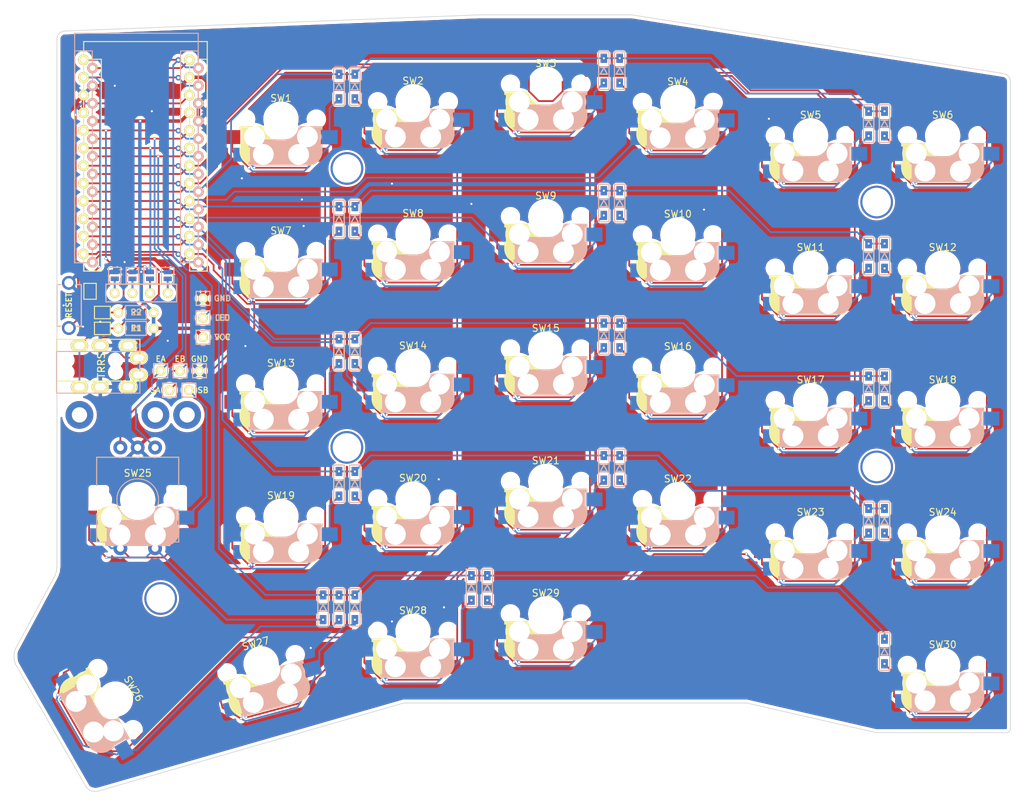
<source format=kicad_pcb>
(kicad_pcb (version 20211014) (generator pcbnew)
  (layers (0 "F.Cu" signal) (31 "B.Cu" signal) (34 "B.Paste" user) (35 "F.Paste" user) (36 "B.SilkS" user "B.Silkscreen") (37 "F.SilkS" user "F.Silkscreen") (38 "B.Mask" user) (39 "F.Mask" user) (44 "Edge.Cuts" user))
  (net 0 "")
  (net 1 "row0")
  (net 2 "Net-(D1-Pad2)")
  (net 3 "Net-(D2-Pad2)")
  (net 4 "Net-(D3-Pad2)")
  (net 5 "Net-(D4-Pad2)")
  (net 6 "Net-(D5-Pad2)")
  (net 7 "Net-(D6-Pad2)")
  (net 8 "row1")
  (net 9 "Net-(D7-Pad2)")
  (net 10 "Net-(D8-Pad2)")
  (net 11 "Net-(D9-Pad2)")
  (net 12 "Net-(D10-Pad2)")
  (net 13 "Net-(D11-Pad2)")
  (net 14 "Net-(D12-Pad2)")
  (net 15 "row2")
  (net 16 "Net-(D13-Pad2)")
  (net 17 "Net-(D14-Pad2)")
  (net 18 "Net-(D15-Pad2)")
  (net 19 "Net-(D16-Pad2)")
  (net 20 "Net-(D17-Pad2)")
  (net 21 "Net-(D18-Pad2)")
  (net 22 "row3")
  (net 23 "Net-(D19-Pad2)")
  (net 24 "Net-(D20-Pad2)")
  (net 25 "Net-(D21-Pad2)")
  (net 26 "Net-(D22-Pad2)")
  (net 27 "Net-(D23-Pad2)")
  (net 28 "Net-(D24-Pad2)")
  (net 29 "row4")
  (net 30 "SW25B")
  (net 31 "Net-(D26-Pad2)")
  (net 32 "Net-(D27-Pad2)")
  (net 33 "Net-(D28-Pad2)")
  (net 34 "Net-(D29-Pad2)")
  (net 35 "Net-(D30-Pad2)")
  (net 36 "GND")
  (net 37 "VCC")
  (net 38 "Net-(J3-Pad2)")
  (net 39 "Net-(J3-Pad1)")
  (net 40 "Net-(J3-Pad4)")
  (net 41 "Net-(J3-Pad3)")
  (net 42 "SCL")
  (net 43 "SDA")
  (net 44 "/i2c_c")
  (net 45 "/i2c_d")
  (net 46 "RESET")
  (net 47 "SW25A")
  (net 48 "col4")
  (net 49 "col3")
  (net 50 "col2")
  (net 51 "col1")
  (net 52 "col0")
  (net 53 "ENCB")
  (net 54 "ENCA")
  (net 55 "LED")
  (net 56 "DATA")
  (net 57 "unconnected-(U1-Pad24)")
  (net 58 "unconnected-(U1-Pad7)")
  (footprint "SofleRGB:crkbd-diode" (layer "F.Cu") (at 122.174 47.498 -90)
    (fp_text reference "D1")
    (fp_text value "D" hide)
  )
  (footprint "SofleRGB:crkbd-diode" (layer "F.Cu") (at 124.46 47.498 -90)
    (fp_text reference "D2")
    (fp_text value "D" hide)
  )
  (footprint "SofleRGB:crkbd-diode" (layer "F.Cu") (at 160.274 45.212 -90)
    (fp_text reference "D3")
    (fp_text value "D" hide)
  )
  (footprint "SofleRGB:crkbd-diode" (layer "F.Cu") (at 162.56 45.212 -90)
    (fp_text reference "D4")
    (fp_text value "D" hide)
  )
  (footprint "SofleRGB:crkbd-diode" (layer "F.Cu") (at 198.374 52.832 -90)
    (fp_text reference "D5")
    (fp_text value "D" hide)
  )
  (footprint "SofleRGB:crkbd-diode" (layer "F.Cu") (at 200.66 52.832 -90)
    (fp_text reference "D6")
    (fp_text value "D" hide)
  )
  (footprint "SofleRGB:crkbd-diode" (layer "F.Cu") (at 122.174 66.548 -90)
    (fp_text reference "D7")
    (fp_text value "D" hide)
  )
  (footprint "SofleRGB:crkbd-diode" (layer "F.Cu") (at 124.46 66.548 -90)
    (fp_text reference "D8")
    (fp_text value "D" hide)
  )
  (footprint "SofleRGB:crkbd-diode" (layer "F.Cu") (at 160.274 64.262 -90)
    (fp_text reference "D9")
    (fp_text value "D" hide)
  )
  (footprint "SofleRGB:crkbd-diode" (layer "F.Cu") (at 162.56 64.262 -90)
    (fp_text reference "D10")
    (fp_text value "D" hide)
  )
  (footprint "SofleRGB:crkbd-diode" (layer "F.Cu") (at 198.374 71.882 -90)
    (fp_text reference "D11")
    (fp_text value "D" hide)
  )
  (footprint "SofleRGB:crkbd-diode" (layer "F.Cu") (at 200.66 71.882 -90)
    (fp_text reference "D12")
    (fp_text value "D" hide)
  )
  (footprint "SofleRGB:crkbd-diode" (layer "F.Cu") (at 122.174 85.598 -90)
    (fp_text reference "D13")
    (fp_text value "D" hide)
  )
  (footprint "SofleRGB:crkbd-diode" (layer "F.Cu") (at 124.46 85.598 -90)
    (fp_text reference "D14")
    (fp_text value "D" hide)
  )
  (footprint "SofleRGB:crkbd-diode" (layer "F.Cu") (at 160.274 83.312 -90)
    (fp_text reference "D15")
    (fp_text value "D" hide)
  )
  (footprint "SofleRGB:crkbd-diode" (layer "F.Cu") (at 162.56 83.312 -90)
    (fp_text reference "D16")
    (fp_text value "D" hide)
  )
  (footprint "SofleRGB:crkbd-diode" (layer "F.Cu") (at 198.374 90.932 -90)
    (fp_text reference "D17")
    (fp_text value "D" hide)
  )
  (footprint "SofleRGB:crkbd-diode" (layer "F.Cu") (at 200.66 90.932 -90)
    (fp_text reference "D18")
    (fp_text value "D" hide)
  )
  (footprint "SofleRGB:crkbd-diode" (layer "F.Cu") (at 122.174 104.648 -90)
    (fp_text reference "D19")
    (fp_text value "D" hide)
  )
  (footprint "SofleRGB:crkbd-diode" (layer "F.Cu") (at 124.46 104.648 -90)
    (fp_text reference "D20")
    (fp_text value "D" hide)
  )
  (footprint "SofleRGB:crkbd-diode" (layer "F.Cu") (at 160.274 102.362 -90)
    (fp_text reference "D21")
    (fp_text value "D" hide)
  )
  (footprint "SofleRGB:crkbd-diode" (layer "F.Cu") (at 162.56 102.362 -90)
    (fp_text reference "D22")
    (fp_text value "D" hide)
  )
  (footprint "SofleRGB:crkbd-diode" (layer "F.Cu") (at 198.374 109.982 -90)
    (fp_text reference "D23")
    (fp_text value "D" hide)
  )
  (footprint "SofleRGB:crkbd-diode" (layer "F.Cu") (at 200.66 109.982 -90)
    (fp_text reference "D24")
    (fp_text value "D" hide)
  )
  (footprint "SofleRGB:crkbd-diode" (layer "F.Cu") (at 119.888 122.421 -90)
    (fp_text reference "D25")
    (fp_text value "D" hide)
  )
  (footprint "SofleRGB:crkbd-diode" (layer "F.Cu") (at 122.174 122.428 -90)
    (fp_text reference "D26")
    (fp_text value "D" hide)
  )
  (footprint "SofleRGB:crkbd-diode" (layer "F.Cu") (at 124.46 122.421 -90)
    (fp_text reference "D27")
    (fp_text value "D" hide)
  )
  (footprint "SofleRGB:crkbd-diode" (layer "F.Cu") (at 141.224 119.631 -90)
    (fp_text reference "D28")
    (fp_text value "D" hide)
  )
  (footprint "SofleRGB:crkbd-diode" (layer "F.Cu") (at 143.51 119.634 -90)
    (fp_text reference "D29")
    (fp_text value "D" hide)
  )
  (footprint "SofleRGB:crkbd-diode" (layer "F.Cu") (at 200.66 128.778 -90)
    (fp_text reference "D30")
    (fp_text value "D" hide)
  )
  (footprint "SofleRGB:OLED_4Pin" (layer "F.Cu") (at 89.916 77.216)
    (fp_text reference "J3" hide)
    (fp_text value "OLED" hide)
  )
  (footprint "SofleRGB:Jumper" (layer "F.Cu") (at 97.536 74.676 90)
    (fp_text reference "JP1" hide)
    (fp_text value "Jumper_NO_Small" hide)
  )
  (footprint "SofleRGB:Jumper" (layer "F.Cu") (at 94.996 74.66838 90)
    (fp_text reference "JP2" hide)
    (fp_text value "Jumper_NO_Small" hide)
  )
  (footprint "SofleRGB:Jumper" (layer "F.Cu") (at 92.456 74.676 90)
    (fp_text reference "JP3" hide)
    (fp_text value "Jumper_NO_Small" hide)
  )
  (footprint "SofleRGB:Jumper" (layer "F.Cu") (at 89.916 74.66838 90)
    (fp_text reference "JP4" hide)
    (fp_text value "Jumper_NO_Small" hide)
  )
  (footprint "SofleRGB:RESISTOR_mini" (layer "F.Cu") (at 92.964 82.296 180)
    (fp_text reference "R1")
    (fp_text value "R" hide)
  )
  (footprint "SofleRGB:RESISTOR_mini" (layer "F.Cu") (at 92.964 80.01 180)
    (fp_text reference "R2")
    (fp_text value "R" hide)
  )
  (footprint "SofleRGB:TACT_SWITCH_TVBP06" (layer "F.Cu") (at 83.312 78.994 -90)
    (fp_text reference "RSW1" hide)
    (fp_text value "SW_RST" hide)
  )
  (footprint "SofleRGB:SK6812MINI_and_cherry_NoLEDPads_corrected_holes" (layer "F.Cu") (at 113.82718 52.18938 180)
    (fp_text reference "SW1")
    (fp_text value "SW_PUSH-MX_W_LED" hide)
  )
  (footprint "SofleRGB:SK6812MINI_and_cherry_NoLEDPads_corrected_holes" (layer "F.Cu") (at 132.826 49.688 180)
    (fp_text reference "SW2")
    (fp_text value "SW_PUSH-MX_W_LED" hide)
  )
  (footprint "SofleRGB:SK6812MINI_and_cherry_NoLEDPads_corrected_holes" (layer "F.Cu") (at 151.926 47.17 180)
    (fp_text reference "SW3")
    (fp_text value "SW_PUSH-MX_W_LED" hide)
  )
  (footprint "SofleRGB:SK6812MINI_and_cherry_NoLEDPads_corrected_holes" (layer "F.Cu") (at 170.927 49.789 180)
    (fp_text reference "SW4")
    (fp_text value "SW_PUSH-MX_W_LED" hide)
  )
  (footprint "SofleRGB:SK6812MINI_and_cherry_NoLEDPads_corrected_holes" (layer "F.Cu") (at 190.026 54.589 180)
    (fp_text reference "SW5")
    (fp_text value "SW_PUSH-MX_W_LED" hide)
  )
  (footprint "SofleRGB:SK6812MINI_and_cherry_NoLEDPads_corrected_holes" (layer "F.Cu") (at 209.02534 54.59074 180)
    (fp_text reference "SW6")
    (fp_text value "SW_PUSH-MX_W_LED" hide)
  )
  (footprint "SofleRGB:SK6812MINI_and_cherry_NoLEDPads_corrected_holes" (layer "F.Cu") (at 113.82718 71.23938 180)
    (fp_text reference "SW7")
    (fp_text value "SW_PUSH-MX_W_LED" hide)
  )
  (footprint "SofleRGB:SK6812MINI_and_cherry_NoLEDPads_corrected_holes" (layer "F.Cu") (at 132.826 68.738 180)
    (fp_text reference "SW8")
    (fp_text value "SW_PUSH-MX_W_LED" hide)
  )
  (footprint "SofleRGB:SK6812MINI_and_cherry_NoLEDPads_corrected_holes" (layer "F.Cu") (at 151.926 66.22 180)
    (fp_text reference "SW9")
    (fp_text value "SW_PUSH-MX_W_LED" hide)
  )
  (footprint "SofleRGB:SK6812MINI_and_cherry_NoLEDPads_corrected_holes" (layer "F.Cu") (at 170.927 68.839 180)
    (fp_text reference "SW10")
    (fp_text value "SW_PUSH-MX_W_LED" hide)
  )
  (footprint "SofleRGB:SK6812MINI_and_cherry_NoLEDPads_corrected_holes" (layer "F.Cu") (at 190.026 73.639 180)
    (fp_text reference "SW11")
    (fp_text value "SW_PUSH-MX_W_LED" hide)
  )
  (footprint "SofleRGB:SK6812MINI_and_cherry_NoLEDPads_corrected_holes" (layer "F.Cu") (at 209.02534 73.64074 180)
    (fp_text reference "SW12")
    (fp_text value "SW_PUSH-MX_W_LED" hide)
  )
  (footprint "SofleRGB:SK6812MINI_and_cherry_NoLEDPads_corrected_holes" (layer "F.Cu") (at 113.82718 90.28938 180)
    (fp_text reference "SW13")
    (fp_text value "SW_PUSH-MX_W_LED" hide)
  )
  (footprint "SofleRGB:SK6812MINI_and_cherry_NoLEDPads_corrected_holes" (layer "F.Cu") (at 132.826 87.788 180)
    (fp_text reference "SW14")
    (fp_text value "SW_PUSH-MX_W_LED" hide)
  )
  (footprint "SofleRGB:SK6812MINI_and_cherry_NoLEDPads_corrected_holes" (layer "F.Cu") (at 151.926 85.27 180)
    (fp_text reference "SW15")
    (fp_text value "SW_PUSH-MX_W_LED" hide)
  )
  (footprint "SofleRGB:SK6812MINI_and_cherry_NoLEDPads_corrected_holes" (layer "F.Cu") (at 170.927 87.889 180)
    (fp_text reference "SW16")
    (fp_text value "SW_PUSH-MX_W_LED" hide)
  )
  (footprint "SofleRGB:SK6812MINI_and_cherry_NoLEDPads_corrected_holes" (layer "F.Cu") (at 190.026 92.689 180)
    (fp_text reference "SW17")
    (fp_text value "SW_PUSH-MX_W_LED" hide)
  )
  (footprint "SofleRGB:SK6812MINI_and_cherry_NoLEDPads_corrected_holes" (layer "F.Cu") (at 113.82718 109.33938 180)
    (fp_text reference "SW19")
    (fp_text value "SW_PUSH-MX_W_LED" hide)
  )
  (footprint "SofleRGB:SK6812MINI_and_cherry_NoLEDPads_corrected_holes" (layer "F.Cu") (at 132.826 106.838 180)
    (fp_text reference "SW20")
    (fp_text value "SW_PUSH-MX_W_LED" hide)
  )
  (footprint "SofleRGB:SK6812MINI_and_cherry_NoLEDPads_corrected_holes" (layer "F.Cu") (at 151.926 104.32 180)
    (fp_text reference "SW21")
    (fp_text value "SW_PUSH-MX_W_LED" hide)
  )
  (footprint "SofleRGB:SK6812MINI_and_cherry_NoLEDPads_corrected_holes" (layer "F.Cu") (at 170.927 106.939 180)
    (fp_text reference "SW22")
    (fp_text value "SW_PUSH-MX_W_LED" hide)
  )
  (footprint "SofleRGB:SK6812MINI_and_cherry_NoLEDPads_corrected_holes" (layer "F.Cu") (at 190.026 111.739 180)
    (fp_text reference "SW23")
    (fp_text value "SW_PUSH-MX_W_LED" hide)
  )
  (footprint "SofleRGB:RotaryEncoder_Alps_EC11E-Switch_Vertical_H20mm-keebio_modified" (layer "F.Cu") (at 93.218 106.934 -90)
    (fp_text reference "SW25" hide)
    (fp_text value "Rotary_Encoder_Switch")
  )
  (footprint "SofleRGB:SK6812MINI_and_cherry_NoLEDPads_corrected_holes" (layer "F.Cu") (at 90.008 135.629 120)
    (fp_text reference "SW26")
    (fp_text value "SW_PUSH-MX_W_LED" hide)
  )
  (footprint "SofleRGB:SK6812MINI_and_cherry_NoLEDPads_corrected_holes" (layer "F.Cu") (at 110.974 130.554 -165)
    (fp_text reference "SW27")
    (fp_text value "SW_PUSH-MX_W_LED" hide)
  )
  (footprint "SofleRGB:SK6812MINI_and_cherry_NoLEDPads_corrected_holes" (layer "F.Cu") (at 132.826 125.888 180)
    (fp_text reference "SW28")
    (fp_text value "SW_PUSH-MX_W_LED" hide)
  )
  (footprint "SofleRGB:SK6812MINI_and_cherry_NoLEDPads_corrected_holes" (layer "F.Cu") (at 151.926 123.37 180)
    (fp_text reference "SW29")
    (fp_text value "SW_PUSH-MX_W_LED" hide)
  )
  (footprint "SofleRGB:SK6812MINI_and_cherry_NoLEDPads_corrected_holes" (layer "F.Cu") (at 209.02534 130.79074 180)
    (fp_text reference "SW30")
    (fp_text value "SW_PUSH-MX_W_LED" hide)
  )
  (footprint "SofleRGB:M2_HOLE_PCB" (layer "F.Cu") (at 100.33 94.742 180)
    (fp_text reference "TH1" hide)
    (fp_text value "HOLE")
  )
  (footprint "SofleRGB:M2_HOLE_PCB" (layer "F.Cu") (at 84.836 94.742 180)
    (fp_text reference "TH2" hide)
    (fp_text value "HOLE")
  )
  (footprint "SofleRGB:HOLE_M2_TH" (layer "F.Cu") (at 199.31 101.955 180)
    (fp_text reference "TH3" hide)
    (fp_text value "HOLE" hide)
  )
  (footprint "SofleRGB:HOLE_M2_TH" (layer "F.Cu") (at 96.295 120.883 180)
    (fp_text reference "TH4" hide)
    (fp_text value "HOLE" hide)
  )
  (footprint "SofleRGB:HOLE_M2_TH" (layer "F.Cu") (at 199.302 63.841 180)
    (fp_text reference "TH5" hide)
    (fp_text value "HOLE" hide)
  )
  (footprint "SofleRGB:HOLE_M2_TH" (layer "F.Cu") (at 123.088 99.144 180)
    (fp_text reference "TH6" hide)
    (fp_text value "HOLE" hide)
  )
  (footprint "SofleRGB:HOLE_M2_TH" (layer "F.Cu") (at 123.095 59.011 180)
    (fp_text reference "TH7" hide)
    (fp_text value "HOLE" hide)
  )
  (footprint "SofleRGB:ProMicro" (layer "F.Cu") (at 94.234 58.42)
    (fp_text reference "U1" hide)
    (fp_text value "ProMicro" hide)
  )
  (footprint "SofleRGB:jumper_data" (layer "F.Cu") (at 86.36 76.962 -90)
    (fp_text reference "W1" hide)
    (fp_text value "jumper" hide)
  )
  (footprint "SofleRGB:MJ-4PP-9" (layer "F.Cu") (at 81.534 86.868 90)
    (fp_text reference "J2")
    (fp_text value "4PIN" hide)
  )
  (footprint "SofleRGB:1pin_conn" (layer "F.Cu") (at 102.616 77.978 -90)
    (fp_text reference "GND1" hide)
    (fp_text value "col_pin" hide)
  )
  (footprint "SofleRGB:M2_HOLE_PCB" (layer "F.Cu") (at 95.758 94.742 180)
    (fp_text reference "TH8" hide)
    (fp_text value "HOLE")
  )
  (footprint "SofleRGB:1pin_conn" (layer "F.Cu") (at 102.616 83.566 -90)
    (fp_text reference "VCC1" hide)
    (fp_text value "col_pin" hide)
  )
  (footprint "SofleRGB:1pin_conn" (layer "F.Cu") (at 102.616 80.772 -90)
    (fp_text reference "LED1" hide)
    (fp_text value "col_pin" hide)
  )
  (footprint "SofleRGB:SK6812MINI_and_cherry_NoLEDPads_corrected_holes" (layer "F.Cu") (at 209.02534 111.74074 180)
    (fp_text reference "SW24")
    (fp_text value "SW_PUSH-MX_W_LED" hide)
  )
  (footprint "SofleRGB:SK6812MINI_and_cherry_NoLEDPads_corrected_holes" (layer "F.Cu") (at 209.02534 92.69074 180)
    (fp_text reference "SW18")
    (fp_text value "SW_PUSH-MX_W_LED" hide)
  )
  (footprint "SofleRGB:SK6812MINI_and_cherry_NoLEDPads_corrected_holes" (layer "F.Cu") (at 93.218 106.934 180)
    (fp_text reference "SW25A1" hide)
    (fp_text value "SW_PUSH-MX_W_LED" hide)
  )
  (footprint "SofleRGB:Jumper" (layer "F.Cu") (at 88.138 82.296)
    (fp_text reference "JP9" hide)
    (fp_text value "SolderJumper_2_Open" hide)
  )
  (footprint "SofleRGB:Jumper" (layer "F.Cu") (at 88.138 80.01)
    (fp_text reference "JP10" hide)
    (fp_text value "SolderJumper_2_Open" hide)
  )
  (footprint "SofleRGB:1pin_conn" (layer "F.Cu") (at 100.584 91.186 -90)
    (fp_text reference "P4" hide)
    (fp_text value "i2c_pin" hide)
  )
  (footprint "SofleRGB:1pin_conn" (layer "F.Cu") (at 96.52 88.392)
    (fp_text reference "P5" hide)
    (fp_text value "i2c_pin" hide)
  )
  (footprint "SofleRGB:1pin_conn" (layer "F.Cu") (at 99.314 88.392)
    (fp_text reference "P6" hide)
    (fp_text value "i2c_pin" hide)
  )
  (footprint "SofleRGB:1pin_conn" (layer "F.Cu") (at 102.108 88.392)
    (fp_text reference "P7" hide)
    (fp_text value "i2c_pin" hide)
  )
  (footprint "SofleRGB:1pin_conn" (layer "F.Cu") (at 97.79 91.186 90)
    (fp_text reference "P3" hide)
    (fp_text value "i2c_pin" hide)
  )
  (footprint "SofleRGB:Jumper" (layer "B.Cu") (at 97.536 74.676 90)
    (fp_text reference "JP5" hide)
    (fp_text value "Jumper_NO_Small" hide)
  )
  (footprint "SofleRGB:Jumper" (layer "B.Cu") (at 94.996 74.66838 90)
    (fp_text reference "JP6" hide)
    (fp_text value "Jumper_NO_Small" hide)
  )
  (footprint "SofleRGB:Jumper" (layer "B.Cu") (at 92.456 74.676 90)
    (fp_text reference "JP7" hide)
    (fp_text value "Jumper_NO_Small" hide)
  )
  (footprint "SofleRGB:Jumper" (layer "B.Cu") (at 89.916 74.66838 90)
    (fp_text reference "JP8" hide)
    (fp_text value "Jumper_NO_Small" hide)
  )
  (gr_line (start 131.480128 136.189) (end 180.826 136.189) (layer "Edge.Cuts") (width 0.1))
  (gr_line (start 199.4343 140.44882) (end 180.826 136.189) (layer "Edge.Cuts") (width 0.1))
  (gr_line (start 75.626 130.589) (end 75.476 130.089) (layer "Edge.Cuts") (width 0.1))
  (gr_line (start 75.476 130.089) (end 75.426 129.489) (layer "Edge.Cuts") (width 0.1))
  (gr_line (start 75.426 129.489) (end 75.426 129.089) (layer "Edge.Cuts") (width 0.1))
  (gr_line (start 75.426 129.089) (end 75.526 128.589) (layer "Edge.Cuts") (width 0.1))
  (gr_line (start 81.601257 116.589) (end 81.526 117.239) (layer "Edge.Cuts") (width 0.1))
  (gr_line (start 81.526 117.239) (end 81.326 117.839) (layer "Edge.Cuts") (width 0.1))
  (gr_line (start 85.876 148.389) (end 86.226 148.689) (layer "Edge.Cuts") (width 0.1))
  (gr_line (start 86.226 148.689) (end 86.676 148.839) (layer "Edge.Cuts") (width 0.1))
  (gr_line (start 86.676 148.839) (end 87.112 148.905) (layer "Edge.Cuts") (width 0.1))
  (gr_line (start 75.526 128.589) (end 81.326 117.839) (layer "Edge.Cuts") (width 0.1))
  (gr_line (start 81.937259 39.851831) (end 82.107752 39.71116) (layer "Edge.Cuts") (width 0.1))
  (gr_line (start 81.690377 40.218014) (end 81.79659 40.022327) (layer "Edge.Cuts") (width 0.1))
  (gr_line (start 218.609881 46.186807) (end 218.696281 46.367672) (layer "Edge.Cuts") (width 0.1))
  (gr_line (start 217.801441 45.634146) (end 218.003111 45.685776) (layer "Edge.Cuts") (width 0.1))
  (gr_line (start 81.79659 40.022327) (end 81.937259 39.851831) (layer "Edge.Cuts") (width 0.1))
  (gr_line (start 218.003111 45.685776) (end 218.187871 45.770466) (layer "Edge.Cuts") (width 0.1))
  (gr_line (start 218.750381 46.563571) (end 218.769181 46.770902) (layer "Edge.Cuts") (width 0.1))
  (gr_line (start 85.876 148.389) (end 75.626 130.589) (layer "Edge.Cuts") (width 0.1))
  (gr_line (start 218.194741 140.448819) (end 199.4343 140.44882) (layer "Edge.Cuts") (width 0.1))
  (gr_arc (start 218.768802 139.879974) (mid 218.600311 140.284023) (end 218.194741 140.448819) (layer "Edge.Cuts") (width 0.1))
  (gr_line (start 218.769181 46.770902) (end 218.768802 139.879974) (layer "Edge.Cuts") (width 0.1))
  (gr_line (start 81.623257 40.434261) (end 81.690377 40.218014) (layer "Edge.Cuts") (width 0.1))
  (gr_line (start 164.276 37.189) (end 217.801441 45.634146) (layer "Edge.Cuts") (width 0.1))
  (gr_line (start 81.599857 40.666435) (end 81.623257 40.434261) (layer "Edge.Cuts") (width 0.1))
  (gr_line (start 218.696281 46.367672) (end 218.750381 46.563571) (layer "Edge.Cuts") (width 0.1))
  (gr_line (start 82.107752 39.71116) (end 82.303436 39.604945) (layer "Edge.Cuts") (width 0.1))
  (gr_line (start 218.187871 45.770466) (end 218.352621 45.8846) (layer "Edge.Cuts") (width 0.1))
  (gr_line (start 218.494321 46.024582) (end 218.609881 46.186807) (layer "Edge.Cuts") (width 0.1))
  (gr_line (start 81.601257 116.589) (end 81.599857 40.666435) (layer "Edge.Cuts") (width 0.1))
  (gr_line (start 131.480128 136.189) (end 87.54872 148.85416) (layer "Edge.Cuts") (width 0.1))
  (gr_line (start 82.51968 39.537815) (end 82.751853 39.514405) (layer "Edge.Cuts") (width 0.1))
  (gr_line (start 82.303436 39.604945) (end 82.51968 39.537815) (layer "Edge.Cuts") (width 0.1))
  (gr_line (start 142.326 37.189) (end 164.276 37.189) (layer "Edge.Cuts") (width 0.1))
  (gr_line (start 218.352621 45.8846) (end 218.494321 46.024582) (layer "Edge.Cuts") (width 0.1))
  (gr_line (start 142.326 37.189) (end 82.751853 39.514405) (layer "Edge.Cuts") (width 0.1))
  (gr_line (start 87.112 148.905) (end 87.54872 148.85416) (layer "Edge.Cuts") (width 0.1))
  (segment (start 99.022 61.43) (end 99.06 61.468) (width 0.25) (layer "F.Cu") (net 1))
  (segment (start 85.414 61.43) (end 99.022 61.43) (width 0.25) (layer "F.Cu") (net 1))
  (via (at 99.06 61.468) (size 0.8) (drill 0.4) (layers "F.Cu" "B.Cu") (net 1))
  (via (at 198.374 51.054) (size 0.4) (drill 0.3) (layers "F.Cu" "B.Cu") (net 1))
  (via (at 200.66 51.054) (size 0.4) (drill 0.3) (layers "F.Cu" "B.Cu") (net 1))
  (via (at 162.56 43.434) (size 0.4) (drill 0.3) (layers "F.Cu" "B.Cu") (net 1))
  (via (at 160.274 43.434) (size 0.4) (drill 0.3) (layers "F.Cu" "B.Cu") (net 1))
  (via (at 124.46 45.72) (size 0.4) (drill 0.3) (layers "F.Cu" "B.Cu") (net 1))
  (via (at 122.174 45.72) (size 0.4) (drill 0.3) (layers "F.Cu" "B.Cu") (net 1))
  (segment (start 126.746 43.437) (end 124.46 45.723) (width 0.25) (layer "B.Cu") (net 1))
  (segment (start 113.326558 45.723) (end 122.174 45.723) (width 0.25) (layer "B.Cu") (net 1))
  (segment (start 100.217745 62.625745) (end 101.952815 62.625745) (width 0.25) (layer "B.Cu") (net 1))
  (segment (start 124.46 45.723) (end 122.174 45.723) (width 0.25) (layer "B.Cu") (net 1))
  (segment (start 162.56 43.437) (end 175.644002 43.437) (width 0.25) (layer "B.Cu") (net 1))
  (segment (start 195.833999 48.513999) (end 198.374 51.054) (width 0.25) (layer "B.Cu") (net 1))
  (segment (start 200.66 51.054) (end 198.374 51.054) (width 0.25) (layer "B.Cu") (net 1))
  (segment (start 99.06 61.468) (end 100.217745 62.625745) (width 0.25) (layer "B.Cu") (net 1))
  (segment (start 106.652179 57.926381) (end 106.652179 52.397379) (width 0.25) (layer "B.Cu") (net 1))
  (segment (start 162.56 43.434) (end 160.274 43.434) (width 0.25) (layer "B.Cu") (net 1))
  (segment (start 101.952815 62.625745) (end 106.652179 57.926381) (width 0.25) (layer "B.Cu") (net 1))
  (segment (start 106.652179 52.397379) (end 113.326558 45.723) (width 0.25) (layer "B.Cu") (net 1))
  (segment (start 160.274 43.437) (end 126.746 43.437) (width 0.25) (layer "B.Cu") (net 1))
  (segment (start 175.644002 43.437) (end 180.721001 48.513999) (width 0.25) (layer "B.Cu") (net 1))
  (segment (start 180.721001 48.513999) (end 195.833999 48.513999) (width 0.25) (layer "B.Cu") (net 1))
  (segment (start 109.22 59.182) (end 106.82718 56.78918) (width 0.25) (layer "F.Cu") (net 2))
  (segment (start 106.82718 56.78918) (end 106.82718 54.76938) (width 0.25) (layer "F.Cu") (net 2))
  (via (at 109.22 59.182) (size 0.4) (drill 0.3) (layers "F.Cu" "B.Cu") (net 2))
  (via (at 122.174 49.276) (size 0.4) (drill 0.3) (layers "F.Cu" "B.Cu") (net 2))
  (segment (start 120.82718 54.76938) (end 120.82718 56.01938) (width 0.25) (layer "B.Cu") (net 2))
  (segment (start 109.745001 59.707001) (end 109.22 59.182) (width 0.25) (layer "B.Cu") (net 2))
  (segment (start 120.82718 56.01938) (end 117.139559 59.707001) (width 0.25) (layer "B.Cu") (net 2))
  (segment (start 120.82718 54.76938) (end 120.82718 50.61982) (width 0.25) (layer "B.Cu") (net 2))
  (segment (start 120.82718 50.61982) (end 122.174 49.273) (width 0.25) (layer "B.Cu") (net 2))
  (segment (start 117.139559 59.707001) (end 109.745001 59.707001) (width 0.25) (layer "B.Cu") (net 2))
  (segment (start 128.27 56.642) (end 125.826 54.198) (width 0.25) (layer "F.Cu") (net 3))
  (segment (start 125.826 52.268) (end 125.826 50.639) (width 0.25) (layer "F.Cu") (net 3))
  (segment (start 125.826 50.639) (end 124.46 49.273) (width 0.25) (layer "F.Cu") (net 3))
  (segment (start 125.826 54.198) (end 125.826 52.268) (width 0.25) (layer "F.Cu") (net 3))
  (via (at 128.27 56.642) (size 0.4) (drill 0.3) (layers "F.Cu" "B.Cu") (net 3))
  (via (at 124.46 49.276) (size 0.4) (drill 0.3) (layers "F.Cu" "B.Cu") (net 3))
  (segment (start 136.176999 57.167001) (end 128.795001 57.167001) (width 0.25) (layer "B.Cu") (net 3))
  (segment (start 128.795001 57.167001) (end 128.27 56.642) (width 0.25) (layer "B.Cu") (net 3))
  (segment (start 139.826 52.268) (end 139.826 53.518) (width 0.25) (layer "B.Cu") (net 3))
  (segment (start 139.826 53.518) (end 136.176999 57.167001) (width 0.25) (layer "B.Cu") (net 3))
  (segment (start 144.926 51.708) (end 144.926 49.75) (width 0.25) (layer "F.Cu") (net 4))
  (segment (start 147.32 54.102) (end 144.926 51.708) (width 0.25) (layer "F.Cu") (net 4))
  (via (at 160.274 46.99) (size 0.4) (drill 0.3) (layers "F.Cu" "B.Cu") (net 4))
  (via (at 147.32 54.102) (size 0.4) (drill 0.3) (layers "F.Cu" "B.Cu") (net 4))
  (segment (start 158.926 49.75) (end 158.926 51) (width 0.25) (layer "B.Cu") (net 4))
  (segment (start 158.926 49.75) (end 158.926 48.335) (width 0.25) (layer "B.Cu") (net 4))
  (segment (start 158.926 48.335) (end 160.274 46.987) (width 0.25) (layer "B.Cu") (net 4))
  (segment (start 158.926 51) (end 155.298999 54.627001) (width 0.25) (layer "B.Cu") (net 4))
  (segment (start 147.845001 54.627001) (end 147.32 54.102) (width 0.25) (layer "B.Cu") (net 4))
  (segment (start 155.298999 54.627001) (end 147.845001 54.627001) (width 0.25) (layer "B.Cu") (net 4))
  (segment (start 166.37 56.642) (end 163.927 54.199) (width 0.25) (layer "F.Cu") (net 5))
  (segment (start 163.927 48.354) (end 162.56 46.987) (width 0.25) (layer "F.Cu") (net 5))
  (segment (start 163.927 52.369) (end 163.927 48.354) (width 0.25) (layer "F.Cu") (net 5))
  (segment (start 163.927 54.199) (end 163.927 52.369) (width 0.25) (layer "F.Cu") (net 5))
  (via (at 162.56 46.99) (size 0.4) (drill 0.3) (layers "F.Cu" "B.Cu") (net 5))
  (via (at 166.37 56.642) (size 0.4) (drill 0.3) (layers "F.Cu" "B.Cu") (net 5))
  (segment (start 177.927 52.369) (end 177.927 53.619) (width 0.25) (layer "B.Cu") (net 5))
  (segment (start 166.895001 57.167001) (end 166.37 56.642) (width 0.25) (layer "B.Cu") (net 5))
  (segment (start 177.927 53.619) (end 174.378999 57.167001) (width 0.25) (layer "B.Cu") (net 5))
  (segment (start 174.378999 57.167001) (end 166.895001 57.167001) (width 0.25) (layer "B.Cu") (net 5))
  (segment (start 185.42 61.468) (end 183.026 59.074) (width 0.25) (layer "F.Cu") (net 6))
  (segment (start 183.026 59.074) (end 183.026 57.169) (width 0.25) (layer "F.Cu") (net 6))
  (via (at 185.42 61.468) (size 0.4) (drill 0.3) (layers "F.Cu" "B.Cu") (net 6))
  (via (at 198.374 54.61) (size 0.4) (drill 0.3) (layers "F.Cu" "B.Cu") (net 6))
  (segment (start 197.026 57.169) (end 197.026 58.419) (width 0.25) (layer "B.Cu") (net 6))
  (segment (start 197.026 55.958) (end 198.374 54.61) (width 0.25) (layer "B.Cu") (net 6))
  (segment (start 193.451999 61.993001) (end 185.945001 61.993001) (width 0.25) (layer "B.Cu") (net 6))
  (segment (start 197.026 58.419) (end 193.451999 61.993001) (width 0.25) (layer "B.Cu") (net 6))
  (segment (start 185.945001 61.993001) (end 185.42 61.468) (width 0.25) (layer "B.Cu") (net 6))
  (segment (start 198.374 54.61) (end 198.374 54.607) (width 0.25) (layer "B.Cu") (net 6))
  (segment (start 197.026 57.169) (end 197.026 55.958) (width 0.25) (layer "B.Cu") (net 6))
  (segment (start 197.026 55.955) (end 198.374 54.607) (width 0.25) (layer "B.Cu") (net 6))
  (segment (start 197.026 57.169) (end 197.026 55.955) (width 0.25) (layer "B.Cu") (net 6))
  (segment (start 200.6615 54.6085) (end 200.66 54.607) (width 0.25) (layer "F.Cu") (net 7))
  (segment (start 202.02534 57.17074) (end 202.02534 55.97234) (width 0.25) (layer "F.Cu") (net 7))
  (segment (start 202.02534 55.97234) (end 200.6615 54.6085) (width 0.25) (layer "F.Cu") (net 7))
  (segment (start 204.577009 61.555473) (end 202.02534 59.003804) (width 0.25) (layer "F.Cu") (net 7))
  (segment (start 202.02534 59.003804) (end 202.02534 57.17074) (width 0.25) (layer "F.Cu") (net 7))
  (via (at 204.577009 61.555473) (size 0.4) (drill 0.3) (layers "F.Cu" "B.Cu") (net 7))
  (via (at 200.6615 54.6085) (size 0.4) (drill 0.3) (layers "F.Cu" "B.Cu") (net 7))
  (segment (start 216.02534 58.42074) (end 212.453079 61.993001) (width 0.25) (layer "B.Cu") (net 7))
  (segment (start 205.014537 61.993001) (end 204.577009 61.555473) (width 0.25) (layer "B.Cu") (net 7))
  (segment (start 216.02534 57.17074) (end 216.02534 58.42074) (width 0.25) (layer "B.Cu") (net 7))
  (segment (start 212.453079 61.993001) (end 205.014537 61.993001) (width 0.25) (layer "B.Cu") (net 7))
  (segment (start 99.022 63.97) (end 99.06 64.008) (width 0.25) (layer "F.Cu") (net 8))
  (segment (start 85.414 63.97) (end 99.022 63.97) (width 0.25) (layer "F.Cu") (net 8))
  (via (at 162.56 62.484) (size 0.4) (drill 0.3) (layers "F.Cu" "B.Cu") (net 8))
  (via (at 198.374 70.104) (size 0.4) (drill 0.3) (layers "F.Cu" "B.Cu") (net 8))
  (via (at 160.274 62.484) (size 0.4) (drill 0.3) (layers "F.Cu" "B.Cu") (net 8))
  (via (at 122.174 64.77) (size 0.4) (drill 0.3) (layers "F.Cu" "B.Cu") (net 8))
  (via (at 200.66 70.104) (size 0.4) (drill 0.3) (layers "F.Cu" "B.Cu") (net 8))
  (via (at 124.46 64.77) (size 0.4) (drill 0.3) (layers "F.Cu" "B.Cu") (net 8))
  (via (at 99.06 64.008) (size 0.8) (drill 0.4) (layers "F.Cu" "B.Cu") (net 8))
  (segment (start 160.277 62.484) (end 160.274 62.487) (width 0.25) (layer "B.Cu") (net 8))
  (segment (start 162.56 62.484) (end 160.277 62.484) (width 0.25) (layer "B.Cu") (net 8))
  (segment (start 124.46 64.773) (end 122.174 64.773) (width 0.25) (layer "B.Cu") (net 8))
  (segment (start 160.274 62.484) (end 126.746 62.484) (width 0.25) (layer "B.Cu") (net 8))
  (segment (start 196.7215 68.4545) (end 184.2785 68.4545) (width 0.25) (layer "B.Cu") (net 8))
  (segment (start 122.174 64.77) (end 102.34856 64.77) (width 0.25) (layer "B.Cu") (net 8))
  (segment (start 196.7215 68.4545) (end 198.374 70.107) (width 0.25) (layer "B.Cu") (net 8))
  (segment (start 184.2785 68.4545) (end 178.311 62.487) (width 0.25) (layer "B.Cu") (net 8))
  (segment (start 200.66 70.104) (end 198.374 70.104) (width 0.25) (layer "B.Cu") (net 8))
  (segment (start 126.746 62.484) (end 124.46 64.77) (width 0.25) (layer "B.Cu") (net 8))
  (segment (start 99.06 64.008) (end 100.217745 65.165745) (width 0.25) (layer "B.Cu") (net 8))
  (segment (start 100.217745 65.165745) (end 101.952815 65.165745) (width 0.25) (layer "B.Cu") (net 8))
  (segment (start 162.56 62.487) (end 178.311 62.487) (width 0.25) (layer "B.Cu") (net 8))
  (segment (start 102.34856 64.77) (end 101.952815 65.165745) (width 0.25) (layer "B.Cu") (net 8))
  (segment (start 106.82718 75.83918) (end 106.82718 73.81938) (width 0.25) (layer "F.Cu") (net 9))
  (segment (start 109.22 78.232) (end 106.82718 75.83918) (width 0.25) (layer "F.Cu") (net 9))
  (via (at 109.22 78.232) (size 0.4) (drill 0.3) (layers "F.Cu" "B.Cu") (net 9))
  (via (at 122.174 68.326) (size 0.4) (drill 0.3) (layers "F.Cu" "B.Cu") (net 9))
  (segment (start 117.139559 78.757001) (end 109.745001 78.757001) (width 0.25) (layer "B.Cu") (net 9))
  (segment (start 120.82718 69.66982) (end 122.174 68.323) (width 0.25) (layer "B.Cu") (net 9))
  (segment (start 120.82718 73.81938) (end 120.82718 75.06938) (width 0.25) (layer "B.Cu") (net 9))
  (segment (start 109.745001 78.757001) (end 109.22 78.232) (width 0.25) (layer "B.Cu") (net 9))
  (segment (start 120.82718 73.81938) (end 120.82718 69.66982) (width 0.25) (layer "B.Cu") (net 9))
  (segment (start 120.82718 75.06938) (end 117.139559 78.757001) (width 0.25) (layer "B.Cu") (net 9))
  (segment (start 125.826 71.318) (end 125.826 69.689) (width 0.25) (layer "F.Cu") (net 10))
  (segment (start 128.27 75.692) (end 125.826 73.248) (width 0.25) (layer "F.Cu") (net 10))
  (segment (start 125.826 69.689) (end 124.46 68.323) (width 0.25) (layer "F.Cu") (net 10))
  (segment (start 125.826 73.248) (end 125.826 71.318) (width 0.25) (layer "F.Cu") (net 10))
  (via (at 128.27 75.692) (size 0.4) (drill 0.3) (layers "F.Cu" "B.Cu") (net 10))
  (via (at 124.46 68.326) (size 0.4) (drill 0.3) (layers "F.Cu" "B.Cu") (net 10))
  (segment (start 128.795001 76.217001) (end 128.27 75.692) (width 0.25) (layer "B.Cu") (net 10))
  (segment (start 136.176999 76.217001) (end 128.795001 76.217001) (width 0.25) (layer "B.Cu") (net 10))
  (segment (start 139.826 72.568) (end 136.176999 76.217001) (width 0.25) (layer "B.Cu") (net 10))
  (segment (start 139.826 71.318) (end 139.826 72.568) (width 0.25) (layer "B.Cu") (net 10))
  (segment (start 147.32 73.152) (end 144.926 70.758) (width 0.25) (layer "F.Cu") (net 11))
  (segment (start 144.926 70.758) (end 144.926 68.8) (width 0.25) (layer "F.Cu") (net 11))
  (via (at 160.274 66.04) (size 0.4) (drill 0.3) (layers "F.Cu" "B.Cu") (net 11))
  (via (at 147.32 73.152) (size 0.4) (drill 0.3) (layers "F.Cu" "B.Cu") (net 11))
  (segment (start 155.298999 73.677001) (end 147.845001 73.677001) (width 0.25) (layer "B.Cu") (net 11))
  (segment (start 158.926 68.8) (end 158.926 70.05) (width 0.25) (layer "B.Cu") (net 11))
  (segment (start 158.926 68.8) (end 158.926 67.385) (width 0.25) (layer "B.Cu") (net 11))
  (segment (start 158.926 67.385) (end 160.274 66.037) (width 0.25) (layer "B.Cu") (net 11))
  (segment (start 158.926 70.05) (end 155.298999 73.677001) (width 0.25) (layer "B.Cu") (net 11))
  (segment (start 147.845001 73.677001) (end 147.32 73.152) (width 0.25) (layer "B.Cu") (net 11))
  (segment (start 166.37 75.692) (end 163.927 73.249) (width 0.25) (layer "F.Cu") (net 12))
  (segment (start 163.927 67.404) (end 162.56 66.037) (width 0.25) (layer "F.Cu") (net 12))
  (segment (start 163.927 71.419) (end 163.927 67.404) (width 0.25) (layer "F.Cu") (net 12))
  (segment (start 163.927 73.249) (end 163.927 71.419) (width 0.25) (layer "F.Cu") (net 12))
  (via (at 162.56 66.04) (size 0.4) (drill 0.3) (layers "F.Cu" "B.Cu") (net 12))
  (via (at 166.37 75.692) (size 0.4) (drill 0.3) (layers "F.Cu" "B.Cu") (net 12))
  (segment (start 166.895001 76.217001) (end 166.37 75.692) (width 0.25) (layer "B.Cu") (net 12))
  (segment (start 177.927 71.419) (end 177.927 72.669) (width 0.25) (layer "B.Cu") (net 12))
  (segment (start 174.378999 76.217001) (end 166.895001 76.217001) (width 0.25) (layer "B.Cu") (net 12))
  (segment (start 177.927 72.669) (end 174.378999 76.217001) (width 0.25) (layer "B.Cu") (net 12))
  (segment (start 183.026 78.124) (end 183.026 76.219) (width 0.25) (layer "F.Cu") (net 13))
  (segment (start 185.42 80.518) (end 183.026 78.124) (width 0.25) (layer "F.Cu") (net 13))
  (via (at 198.374 73.66) (size 0.4) (drill 0.3) (layers "F.Cu" "B.Cu") (net 13))
  (via (at 185.42 80.518) (size 0.4) (drill 0.3) (layers "F.Cu" "B.Cu") (net 13))
  (segment (start 197.026 76.219) (end 197.026 75.005) (width 0.25) (layer "B.Cu") (net 13))
  (segment (start 185.945001 81.043001) (end 185.42 80.518) (width 0.25) (layer "B.Cu") (net 13))
  (segment (start 193.451999 81.043001) (end 185.945001 81.043001) (width 0.25) (layer "B.Cu") (net 13))
  (segment (start 197.026 76.219) (end 197.026 77.469) (width 0.25) (layer "B.Cu") (net 13))
  (segment (start 197.026 75.005) (end 198.374 73.657) (width 0.25) (layer "B.Cu") (net 13))
  (segment (start 197.026 77.469) (end 193.451999 81.043001) (width 0.25) (layer "B.Cu") (net 13))
  (segment (start 202.02534 76.22074) (end 202.02534 75.02234) (width 0.25) (layer "F.Cu") (net 14))
  (segment (start 204.47 80.518) (end 202.02534 78.07334) (width 0.25) (layer "F.Cu") (net 14))
  (segment (start 202.02534 75.02234) (end 200.66 73.657) (width 0.25) (layer "F.Cu") (net 14))
  (segment (start 202.02534 78.07334) (end 202.02534 76.22074) (width 0.25) (layer "F.Cu") (net 14))
  (via (at 204.47 80.518) (size 0.4) (drill 0.3) (layers "F.Cu" "B.Cu") (net 14))
  (via (at 200.66 73.66) (size 0.4) (drill 0.3) (layers "F.Cu" "B.Cu") (net 14))
  (segment (start 212.453079 81.043001) (end 204.995001 81.043001) (width 0.25) (layer "B.Cu") (net 14))
  (segment (start 216.02534 77.47074) (end 212.453079 81.043001) (width 0.25) (layer "B.Cu") (net 14))
  (segment (start 204.995001 81.043001) (end 204.47 80.518) (width 0.25) (layer "B.Cu") (net 14))
  (segment (start 216.02534 76.22074) (end 216.02534 77.47074) (width 0.25) (layer "B.Cu") (net 14))
  (segment (start 85.414 66.51) (end 99.022 66.51) (width 0.25) (layer "F.Cu") (net 15))
  (segment (start 99.022 66.51) (end 99.06 66.548) (width 0.25) (layer "F.Cu") (net 15))
  (via (at 200.66 89.154) (size 0.4) (drill 0.3) (layers "F.Cu" "B.Cu") (net 15))
  (via (at 124.46 83.82) (size 0.4) (drill 0.3) (layers "F.Cu" "B.Cu") (net 15))
  (via (at 160.274 81.534) (size 0.4) (drill 0.3) (layers "F.Cu" "B.Cu") (net 15))
  (via (at 122.174 83.82) (size 0.4) (drill 0.3) (layers "F.Cu" "B.Cu") (net 15))
  (via (at 198.374 89.154) (size 0.4) (drill 0.3) (layers "F.Cu" "B.Cu") (net 15))
  (via (at 99.06 66.548) (size 0.8) (drill 0.4) (layers "F.Cu" "B.Cu") (net 15))
  (via (at 162.56 81.534) (size 0.4) (drill 0.3) (layers "F.Cu" "B.Cu") (net 15))
  (segment (start 171.730002 81.537) (end 162.56 81.537) (width 0.25) (layer "B.Cu") (net 15))
  (segment (start 179.347002 89.154) (end 171.730002 81.537) (width 0.25) (layer "B.Cu") (net 15))
  (segment (start 198.374 89.154) (end 179.347002 89.154) (width 0.25) (layer "B.Cu") (net 15))
  (segment (start 101.952815 67.705745) (end 106.426 72.17893) (width 0.25) (layer "B.Cu") (net 15))
  (segment (start 106.426 72.17893) (end 106.426 77.393202) (width 0.25) (layer "B.Cu") (net 15))
  (segment (start 126.746 81.537) (end 124.46 83.823) (width 0.25) (layer "B.Cu") (net 15))
  (segment (start 200.66 89.157) (end 198.374 89.157) (width 0.25) (layer "B.Cu") (net 15))
  (segment (start 100.217745 67.705745) (end 101.952815 67.705745) (width 0.25) (layer "B.Cu") (net 15))
  (segment (start 112.855798 83.823) (end 122.174 83.823) (width 0.25) (layer "B.Cu") (net 15))
  (segment (start 99.06 66.548) (end 100.217745 67.705745) (width 0.25) (layer "B.Cu") (net 15))
  (segment (start 160.277 81.534) (end 160.274 81.537) (width 0.25) (layer "B.Cu") (net 15))
  (segment (start 106.426 77.393202) (end 112.855798 83.823) (width 0.25) (layer "B.Cu") (net 15))
  (segment (start 160.274 81.537) (end 126.746 81.537) (width 0.25) (layer "B.Cu") (net 15))
  (segment (start 162.56 81.534) (end 160.277 81.534) (width 0.25) (layer "B.Cu") (net 15))
  (segment (start 124.46 83.823) (end 122.174 83.823) (width 0.25) (layer "B.Cu") (net 15))
  (segment (start 106.82718 94.88918) (end 106.82718 92.86938) (width 0.25) (layer "F.Cu") (net 16))
  (segment (start 109.22 97.282) (end 106.82718 94.88918) (width 0.25) (layer "F.Cu") (net 16))
  (via (at 122.174 87.376) (size 0.4) (drill 0.3) (layers "F.Cu" "B.Cu") (net 16))
  (via (at 109.22 97.282) (size 0.4) (drill 0.3) (layers "F.Cu" "B.Cu") (net 16))
  (segment (start 109.745001 97.807001) (end 109.22 97.282) (width 0.25) (layer "B.Cu") (net 16))
  (segment (start 120.82718 92.86938) (end 120.82718 88.71982) (width 0.25) (layer "B.Cu") (net 16))
  (segment (start 120.82718 92.86938) (end 120.82718 94.11938) (width 0.25) (layer "B.Cu") (net 16))
  (segment (start 120.82718 88.71982) (end 122.174 87.373) (width 0.25) (layer "B.Cu") (net 16))
  (segment (start 120.82718 94.11938) (end 117.139559 97.807001) (width 0.25) (layer "B.Cu") (net 16))
  (segment (start 117.139559 97.807001) (end 109.745001 97.807001) (width 0.25) (layer "B.Cu") (net 16))
  (segment (start 125.826 90.368) (end 125.826 88.739) (width 0.25) (layer "F.Cu") (net 17))
  (segment (start 125.826 88.739) (end 124.46 87.373) (width 0.25) (layer "F.Cu") (net 17))
  (segment (start 128.27 94.742) (end 125.826 92.298) (width 0.25) (layer "F.Cu") (net 17))
  (segment (start 125.826 92.298) (end 125.826 90.368) (width 0.25) (layer "F.Cu") (net 17))
  (via (at 124.46 87.376) (size 0.4) (drill 0.3) (layers "F.Cu" "B.Cu") (net 17))
  (via (at 128.27 94.742) (size 0.4) (drill 0.3) (layers "F.Cu" "B.Cu") (net 17))
  (segment (start 128.795001 95.267001) (end 128.27 94.742) (width 0.25) (layer "B.Cu") (net 17))
  (segment (start 139.826 91.618) (end 136.176999 95.267001) (width 0.25) (layer "B.Cu") (net 17))
  (segment (start 136.176999 95.267001) (end 128.795001 95.267001) (width 0.25) (layer "B.Cu") (net 17))
  (segment (start 139.826 90.368) (end 139.826 91.618) (width 0.25) (layer "B.Cu") (net 17))
  (segment (start 144.926 89.808) (end 144.926 87.85) (width 0.25) (layer "F.Cu") (net 18))
  (segment (start 147.32 92.202) (end 144.926 89.808) (width 0.25) (layer "F.Cu") (net 18))
  (via (at 160.274 85.09) (size 0.4) (drill 0.3) (layers "F.Cu" "B.Cu") (net 18))
  (via (at 147.32 92.202) (size 0.4) (drill 0.3) (layers "F.Cu" "B.Cu") (net 18))
  (segment (start 155.298999 92.727001) (end 147.845001 92.727001) (width 0.25) (layer "B.Cu") (net 18))
  (segment (start 158.926 86.435) (end 160.274 85.087) (width 0.25) (layer "B.Cu") (net 18))
  (segment (start 158.926 87.85) (end 158.926 86.435) (width 0.25) (layer "B.Cu") (net 18))
  (segment (start 158.926 87.85) (end 158.926 89.1) (width 0.25) (layer "B.Cu") (net 18))
  (segment (start 147.845001 92.727001) (end 147.32 92.202) (width 0.25) (layer "B.Cu") (net 18))
  (segment (start 158.926 89.1) (end 155.298999 92.727001) (width 0.25) (layer "B.Cu") (net 18))
  (segment (start 163.927 90.469) (end 163.927 86.454) (width 0.25) (layer "F.Cu") (net 19))
  (segment (start 163.927 92.299) (end 163.927 90.469) (width 0.25) (layer "F.Cu") (net 19))
  (segment (start 166.37 94.742) (end 163.927 92.299) (width 0.25) (layer "F.Cu") (net 19))
  (segment (start 163.927 86.454) (end 162.56 85.087) (width 0.25) (layer "F.Cu") (net 19))
  (via (at 162.56 85.09) (size 0.4) (drill 0.3) (layers "F.Cu" "B.Cu") (net 19))
  (via (at 166.37 94.742) (size 0.4) (drill 0.3) (layers "F.Cu" "B.Cu") (net 19))
  (segment (start 166.895001 95.267001) (end 166.37 94.742) (width 0.25) (layer "B.Cu") (net 19))
  (segment (start 177.927 90.469) (end 177.927 91.719) (width 0.25) (layer "B.Cu") (net 19))
  (segment (start 177.927 91.719) (end 174.378999 95.267001) (width 0.25) (layer "B.Cu") (net 19))
  (segment (start 174.378999 95.267001) (end 166.895001 95.267001) (width 0.25) (layer "B.Cu") (net 19))
  (segment (start 185.42 99.568) (end 183.026 97.174) (width 0.25) (layer "F.Cu") (net 20))
  (segment (start 183.026 97.174) (end 183.026 95.269) (width 0.25) (layer "F.Cu") (net 20))
  (via (at 198.374 92.71) (size 0.4) (drill 0.3) (layers "F.Cu" "B.Cu") (net 20))
  (via (at 185.42 99.568) (size 0.4) (drill 0.3) (layers "F.Cu" "B.Cu") (net 20))
  (segment (start 197.026 95.269) (end 197.026 96.519) (width 0.25) (layer "B.Cu") (net 20))
  (segment (start 197.026 96.519) (end 193.451999 100.093001) (width 0.25) (layer "B.Cu") (net 20))
  (segment (start 197.026 94.055) (end 198.374 92.707) (width 0.25) (layer "B.Cu") (net 20))
  (segment (start 185.945001 100.093001) (end 185.42 99.568) (width 0.25) (layer "B.Cu") (net 20))
  (segment (start 193.451999 100.093001) (end 185.945001 100.093001) (width 0.25) (layer "B.Cu") (net 20))
  (segment (start 197.026 95.269) (end 197.026 94.055) (width 0.25) (layer "B.Cu") (net 20))
  (segment (start 202.02534 95.27074) (end 202.02534 94.07234) (width 0.25) (layer "F.Cu") (net 21))
  (segment (start 202.02534 94.07234) (end 200.66 92.707) (width 0.25) (layer "F.Cu") (net 21))
  (segment (start 202.02534 97.12334) (end 202.02534 95.27074) (width 0.25) (layer "F.Cu") (net 21))
  (segment (start 204.47 99.568) (end 202.02534 97.12334) (width 0.25) (layer "F.Cu") (net 21))
  (via (at 200.66 92.71) (size 0.4) (drill 0.3) (layers "F.Cu" "B.Cu") (net 21))
  (via (at 204.47 99.568) (size 0.4) (drill 0.3) (layers "F.Cu" "B.Cu") (net 21))
  (segment (start 212.453079 100.093001) (end 204.995001 100.093001) (width 0.25) (layer "B.Cu") (net 21))
  (segment (start 216.02534 96.52074) (end 212.453079 100.093001) (width 0.25) (layer "B.Cu") (net 21))
  (segment (start 204.995001 100.093001) (end 204.47 99.568) (width 0.25) (layer "B.Cu") (net 21))
  (segment (start 216.02534 95.27074) (end 216.02534 96.52074) (width 0.25) (layer "B.Cu") (net 21))
  (segment (start 85.414 69.05) (end 99.022 69.05) (width 0.25) (layer "F.Cu") (net 22))
  (segment (start 99.022 69.05) (end 99.06 69.088) (width 0.25) (layer "F.Cu") (net 22))
  (via (at 198.374 108.204) (size 0.4) (drill 0.3) (layers "F.Cu" "B.Cu") (net 22))
  (via (at 160.274 100.584) (size 0.4) (drill 0.3) (layers "F.Cu" "B.Cu") (net 22))
  (via (at 124.46 102.87) (size 0.4) (drill 0.3) (layers "F.Cu" "B.Cu") (net 22))
  (via (at 162.56 100.584) (size 0.4) (drill 0.3) (layers "F.Cu" "B.Cu") (net 22))
  (via (at 200.66 108.204) (size 0.4) (drill 0.3) (layers "F.Cu" "B.Cu") (net 22))
  (via (at 122.174 102.87) (size 0.4) (drill 0.3) (layers "F.Cu" "B.Cu") (net 22))
  (via (at 99.06 69.088) (size 0.8) (drill 0.4) (layers "F.Cu" "B.Cu") (net 22))
  (segment (start 105.41 95.427202) (end 112.852798 102.87) (width 0.25) (layer "B.Cu") (net 22))
  (segment (start 162.56 100.584) (end 160.274 100.584) (width 0.25) (layer "B.Cu") (net 22))
  (segment (start 126.749 100.584) (end 124.46 102.873) (width 0.25) (layer "B.Cu") (net 22))
  (segment (start 200.66 108.204) (end 198.374 108.204) (width 0.25) (layer "B.Cu") (net 22))
  (segment (start 100.217745 70.245745) (end 101.952815 70.245745) (width 0.25) (layer "B.Cu") (net 22))
  (segment (start 112.852798 102.87) (end 122.174 102.87) (width 0.25) (layer "B.Cu") (net 22))
  (segment (start 198.374 108.204) (end 195.833999 105.663999) (width 0.25) (layer "B.Cu") (net 22))
  (segment (start 101.952815 70.245745) (end 105.41 73.70293) (width 0.25) (layer "B.Cu") (net 22))
  (segment (start 173.167001 105.663999) (end 168.090002 100.587) (width 0.25) (layer "B.Cu") (net 22))
  (segment (start 195.833999 105.663999) (end 173.167001 105.663999) (width 0.25) (layer "B.Cu") (net 22))
  (segment (start 160.274 100.584) (end 126.749 100.584) (width 0.25) (layer "B.Cu") (net 22))
  (segment (start 124.46 102.873) (end 122.177 102.873) (width 0.25) (layer "B.Cu") (net 22))
  (segment (start 105.41 73.70293) (end 105.41 95.427202) (width 0.25) (layer "B.Cu") (net 22))
  (segment (start 99.06 69.088) (end 100.217745 70.245745) (width 0.25) (layer "B.Cu") (net 22))
  (segment (start 168.090002 100.587) (end 162.56 100.587) (width 0.25) (layer "B.Cu") (net 22))
  (segment (start 122.177 102.873) (end 122.174 102.87) (width 0.25) (layer "B.Cu") (net 22))
  (segment (start 109.22 116.332) (end 106.82718 113.93918) (width 0.25) (layer "F.Cu") (net 23))
  (segment (start 106.82718 113.93918) (end 106.82718 111.91938) (width 0.25) (layer "F.Cu") (net 23))
  (via (at 122.174 106.426) (size 0.4) (drill 0.3) (layers "F.Cu" "B.Cu") (net 23))
  (via (at 109.22 116.332) (size 0.4) (drill 0.3) (layers "F.Cu" "B.Cu") (net 23))
  (segment (start 120.82718 113.16938) (end 117.139559 116.857001) (width 0.25) (layer "B.Cu") (net 23))
  (segment (start 120.82718 107.77282) (end 122.174 106.426) (width 0.25) (layer "B.Cu") (net 23))
  (segment (start 109.745001 116.857001) (end 109.22 116.332) (width 0.25) (layer "B.Cu") (net 23))
  (segment (start 120.82718 111.91938) (end 120.82718 107.77282) (width 0.25) (layer "B.Cu") (net 23))
  (segment (start 117.139559 116.857001) (end 109.745001 116.857001) (width 0.25) (layer "B.Cu") (net 23))
  (segment (start 120.82718 111.91938) (end 120.82718 113.16938) (width 0.25) (layer "B.Cu") (net 23))
  (segment (start 128.27 113.792) (end 125.826 111.348) (width 0.25) (layer "F.Cu") (net 24))
  (segment (start 125.826 109.418) (end 125.826 107.792) (width 0.25) (layer "F.Cu") (net 24))
  (segment (start 125.826 111.348) (end 125.826 109.418) (width 0.25) (layer "F.Cu") (net 24))
  (segment (start 125.826 107.792) (end 124.46 106.426) (width 0.25) (layer "F.Cu") (net 24))
  (via (at 124.46 106.426) (size 0.4) (drill 0.3) (layers "F.Cu" "B.Cu") (net 24))
  (via (at 128.27 113.792) (size 0.4) (drill 0.3) (layers "F.Cu" "B.Cu") (net 24))
  (segment (start 139.826 110.668) (end 136.176999 114.317001) (width 0.25) (layer "B.Cu") (net 24))
  (segment (start 139.826 109.418) (end 139.826 110.668) (width 0.25) (layer "B.Cu") (net 24))
  (segment (start 136.176999 114.317001) (end 128.795001 114.317001) (width 0.25) (layer "B.Cu") (net 24))
  (segment (start 128.795001 114.317001) (end 128.27 113.792) (width 0.25) (layer "B.Cu") (net 24))
  (segment (start 144.926 108.858) (end 144.926 106.9) (width 0.25) (layer "F.Cu") (net 25))
  (segment (start 147.32 111.252) (end 144.926 108.858) (width 0.25) (layer "F.Cu") (net 25))
  (via (at 147.32 111.252) (size 0.4) (drill 0.3) (layers "F.Cu" "B.Cu") (net 25))
  (via (at 160.274 104.14) (size 0.4) (drill 0.3) (layers "F.Cu" "B.Cu") (net 25))
  (segment (start 158.926 105.485) (end 160.274 104.137) (width 0.25) (layer "B.Cu") (net 25))
  (segment (start 158.926 106.9) (end 158.926 108.15) (width 0.25) (layer "B.Cu") (net 25))
  (segment (start 147.845001 111.777001) (end 147.32 111.252) (width 0.25) (layer "B.Cu") (net 25))
  (segment (start 158.926 108.15) (end 155.298999 111.777001) (width 0.25) (layer "B.Cu") (net 25))
  (segment (start 155.298999 111.777001) (end 147.845001 111.777001) (width 0.25) (layer "B.Cu") (net 25))
  (segment (start 158.926 106.9) (end 158.926 105.485) (width 0.25) (layer "B.Cu") (net 25))
  (segment (start 163.927 109.519) (end 163.927 105.504) (width 0.25) (layer "F.Cu") (net 26))
  (segment (start 166.37 113.792) (end 163.927 111.349) (width 0.25) (layer "F.Cu") (net 26))
  (segment (start 163.927 105.504) (end 162.56 104.137) (width 0.25) (layer "F.Cu") (net 26))
  (segment (start 163.927 111.349) (end 163.927 109.519) (width 0.25) (layer "F.Cu") (net 26))
  (via (at 166.37 113.792) (size 0.4) (drill 0.3) (layers "F.Cu" "B.Cu") (net 26))
  (via (at 162.56 104.14) (size 0.4) (drill 0.3) (layers "F.Cu" "B.Cu") (net 26))
  (segment (start 177.927 109.519) (end 177.927 110.769) (width 0.25) (layer "B.Cu") (net 26))
  (segment (start 177.927 110.769) (end 174.378999 114.317001) (width 0.25) (layer "B.Cu") (net 26))
  (segment (start 166.895001 114.317001) (end 166.37 113.792) (width 0.25) (layer "B.Cu") (net 26))
  (segment (start 174.378999 114.317001) (end 166.895001 114.317001) (width 0.25) (layer "B.Cu") (net 26))
  (segment (start 183.026 116.224) (end 183.026 114.319) (width 0.25) (layer "F.Cu") (net 27))
  (segment (start 185.42 118.618) (end 183.026 116.224) (width 0.25) (layer "F.Cu") (net 27))
  (via (at 185.42 118.618) (size 0.4) (drill 0.3) (layers "F.Cu" "B.Cu") (net 27))
  (via (at 198.374 111.76) (size 0.4) (drill 0.3) (layers "F.Cu" "B.Cu") (net 27))
  (segment (start 193.451999 119.143001) (end 185.945001 119.143001) (width 0.25) (layer "B.Cu") (net 27))
  (segment (start 197.026 114.319) (end 197.026 115.569) (width 0.25) (layer "B.Cu") (net 27))
  (segment (start 197.026 114.319) (end 197.026 113.105) (width 0.25) (layer "B.Cu") (net 27))
  (segment (start 185.945001 119.143001) (end 185.42 118.618) (width 0.25) (layer "B.Cu") (net 27))
  (segment (start 197.026 113.105) (end 198.374 111.757) (width 0.25) (layer "B.Cu") (net 27))
  (segment (start 197.026 115.569) (end 193.451999 119.143001) (width 0.25) (layer "B.Cu") (net 27))
  (segment (start 202.02534 113.12234) (end 200.66 111.757) (width 0.25) (layer "F.Cu") (net 28))
  (segment (start 202.02534 114.32074) (end 202.02534 113.12234) (width 0.25) (layer "F.Cu") (net 28))
  (segment (start 204.47 118.618) (end 202.02534 116.17334) (width 0.25) (layer "F.Cu") (net 28))
  (segment (start 202.02534 116.17334) (end 202.02534 114.32074) (width 0.25) (layer "F.Cu") (net 28))
  (via (at 204.47 118.618) (size 0.4) (drill 0.3) (layers "F.Cu" "B.Cu") (net 28))
  (via (at 200.66 111.76) (size 0.4) (drill 0.3) (layers "F.Cu" "B.Cu") (net 28))
  (segment (start 204.995001 119.143001) (end 204.47 118.618) (width 0.25) (layer "B.Cu") (net 28))
  (segment (start 216.02534 115.57074) (end 212.453079 119.143001) (width 0.25) (layer "B.Cu") (net 28))
  (segment (start 212.453079 119.143001) (end 204.995001 119.143001) (width 0.25) (layer "B.Cu") (net 28))
  (segment (start 216.02534 114.32074) (end 216.02534 115.57074) (width 0.25) (layer "B.Cu") (net 28))
  (segment (start 98.712969 71.280969) (end 99.06 71.628) (width 0.25) (layer "F.Cu") (net 29))
  (segment (start 87.581181 71.280969) (end 98.712969 71.280969) (width 0.25) (layer "F.Cu") (net 29))
  (segment (start 87.27215 71.59) (end 87.581181 71.280969) (width 0.25) (layer "F.Cu") (net 29))
  (segment (start 85.414 71.59) (end 87.27215 71.59) (width 0.25) (layer "F.Cu") (net 29))
  (segment (start 99.022 71.59) (end 99.06 71.628) (width 0.25) (layer "F.Cu") (net 29))
  (via (at 99.06 71.628) (size 0.8) (drill 0.4) (layers "F.Cu" "B.Cu") (net 29))
  (via (at 143.5085 117.8575) (size 0.4) (drill 0.3) (layers "F.Cu" "B.Cu") (net 29))
  (via (at 200.66 127) (size 0.4) (drill 0.3) (layers "F.Cu" "B.Cu") (net 29))
  (via (at 141.224 117.856) (size 0.4) (drill 0.3) (layers "F.Cu" "B.Cu") (net 29))
  (via (at 124.46 120.65) (size 0.4) (drill 0.3) (layers "F.Cu" "B.Cu") (net 29))
  (via (at 119.888 120.65) (size 0.4) (drill 0.3) (layers "F.Cu" "B.Cu") (net 29))
  (via (at 122.174 120.65) (size 0.4) (drill 0.3) (layers "F.Cu" "B.Cu") (net 29))
  (segment (start 200.66 127) (end 200.66 126.103) (width 0.25) (layer "B.Cu") (net 29))
  (segment (start 141.224 117.856) (end 143.507 117.856) (width 0.25) (layer "B.Cu") (net 29))
  (segment (start 143.5085 117.8575) (end 143.51 117.859) (width 0.25) (layer "B.Cu") (net 29))
  (segment (start 119.888 120.65) (end 121.92 120.65) (width 0.25) (layer "B.Cu") (net 29))
  (segment (start 119.888 120.646) (end 111.578798 120.646) (width 0.25) (layer "B.Cu") (net 29))
  (segment (start 143.507 117.856) (end 143.5085 117.8575) (width 0.25) (layer "B.Cu") (net 29))
  (segment (start 111.578798 120.646) (end 104.902 113.969202) (width 0.25) (layer "B.Cu") (net 29))
  (segment (start 103.924399 74.757329) (end 101.952815 72.785745) (width 0.25) (layer "B.Cu") (net 29))
  (segment (start 100.217745 72.785745) (end 101.952815 72.785745) (width 0.25) (layer "B.Cu") (net 29))
  (segment (start 124.46 120.65) (end 127.254 117.856) (width 0.25) (layer "B.Cu") (net 29))
  (segment (start 141.224 117.856) (end 141.224 117.856) (width 0.25) (layer "B.Cu") (net 29))
  (segment (start 143.51 117.859) (end 182.121 117.859) (width 0.25) (layer "B.Cu") (net 29))
  (segment (start 200.66 127.003) (end 200.66 127) (width 0.25) (layer "B.Cu") (net 29))
  (segment (start 124.456 120.65) (end 124.46 120.646) (width 0.25) (layer "B.Cu") (net 29))
  (segment (start 194.150011 119.593011) (end 183.855011 119.593011) (width 0.25) (layer "B.Cu") (net 29))
  (segment (start 200.66 126.103) (end 194.150011 119.593011) (width 0.25) (layer "B.Cu") (net 29))
  (segment (start 122.174 120.653) (end 122.174 120.396) (width 0.25) (layer "B.Cu") (net 29))
  (segment (start 103.931889 74.757329) (end 103.924399 74.757329) (width 0.25) (layer "B.Cu") (net 29))
  (segment (start 182.121 117.859) (end 183.855011 119.593011) (width 0.25) (layer "B.Cu") (net 29))
  (segment (start 99.06 71.628) (end 100.217745 72.785745) (width 0.25) (layer "B.Cu") (net 29))
  (segment (start 122.174 120.65) (end 124.456 120.65) (width 0.25) (layer "B.Cu") (net 29))
  (segment (start 104.902 113.969202) (end 104.902 75.72744) (width 0.25) (layer "B.Cu") (net 29))
  (segment (start 127.254 117.856) (end 127.508 117.856) (width 0.25) (layer "B.Cu") (net 29))
  (segment (start 104.902 75.72744) (end 103.931889 74.757329) (width 0.25) (layer "B.Cu") (net 29))
  (segment (start 141.224 117.856) (end 127.508 117.856) (width 0.25) (layer "B.Cu") (net 29))
  (segment (start 88.6968 115.2398) (end 86.218 112.761) (width 0.25) (layer "F.Cu") (net 30))
  (segment (start 86.218 112.761) (end 86.218 109.514) (width 0.25) (layer "F.Cu") (net 30))
  (via (at 88.6968 115.2398) (size 0.4) (drill 0.3) (layers "F.Cu" "B.Cu") (net 30))
  (via (at 119.888 124.206) (size 0.4) (drill 0.3) (layers "F.Cu" "B.Cu") (net 30))
  (segment (start 94.393489 115.258511) (end 95.718 113.934) (width 0.25) (layer "B.Cu") (net 30))
  (segment (start 103.124 93.726) (end 100.584 91.186) (width 0.25) (layer "B.Cu") (net 30))
  (segment (start 103.124 106.528) (end 103.124 93.726) (width 0.25) (layer "B.Cu") (net 30))
  (segment (start 119.888 124.206) (end 105.99 124.206) (width 0.25) (layer "B.Cu") (net 30))
  (segment (start 105.99 124.206) (end 95.718 113.934) (width 0.25) (layer "B.Cu") (net 30))
  (segment (start 88.715511 115.258511) (end 94.393489 115.258511) (width 0.25) (layer "B.Cu") (net 30))
  (segment (start 88.6968 115.2398) (end 88.715511 115.258511) (width 0.25) (layer "B.Cu") (net 30))
  (segment (start 95.718 113.934) (end 103.124 106.528) (width 0.25) (layer "B.Cu") (net 30))
  (segment (start 81.733298 135.012795) (end 82.585771 131.831322) (width 0.25) (layer "F.Cu") (net 31))
  (segment (start 82.585771 131.831322) (end 84.273654 130.856822) (width 0.25) (layer "F.Cu") (net 31))
  (via (at 81.733298 135.012795) (size 0.4) (drill 0.3) (layers "F.Cu" "B.Cu") (net 31))
  (via (at 122.174 124.206) (size 0.4) (drill 0.3) (layers "F.Cu" "B.Cu") (net 31))
  (segment (start 91.273654 142.981178) (end 90.191123 143.606178) (width 0.25) (layer "B.Cu") (net 31))
  (segment (start 110.877895 125.171001) (end 107.991448 128.057448) (width 0.25) (layer "B.Cu") (net 31))
  (segment (start 85.337633 142.305689) (end 81.541134 135.72996) (width 0.25) (layer "B.Cu") (net 31))
  (segment (start 81.541134 135.72996) (end 81.733298 135.012795) (width 0.25) (layer "B.Cu") (net 31))
  (segment (start 121.208999 125.171001) (end 110.877895 125.171001) (width 0.25) (layer "B.Cu") (net 31))
  (segment (start 91.273654 142.981178) (end 93.067718 142.981178) (width 0.25) (layer "B.Cu") (net 31))
  (segment (start 90.191123 143.606178) (end 85.337633 142.305689) (width 0.25) (layer "B.Cu") (net 31))
  (segment (start 93.067718 142.981178) (end 107.991448 128.057448) (width 0.25) (layer "B.Cu") (net 31))
  (segment (start 122.174 124.206) (end 121.208999 125.171001) (width 0.25) (layer "B.Cu") (net 31))
  (segment (start 108.087423 138.42738) (end 105.424828 136.89013) (width 0.25) (layer "F.Cu") (net 32))
  (segment (start 105.424828 136.89013) (end 104.880272 134.857822) (width 0.25) (layer "F.Cu") (net 32))
  (via (at 108.087423 138.42738) (size 0.4) (drill 0.3) (layers "F.Cu" "B.Cu") (net 32))
  (via (at 124.46 124.206) (size 0.4) (drill 0.3) (layers "F.Cu" "B.Cu") (net 32))
  (segment (start 116.214407 136.793282) (end 108.730415 138.798612) (width 0.25) (layer "B.Cu") (net 32))
  (segment (start 119.348236 128.738766) (end 119.348236 130.289353) (width 0.25) (layer "B.Cu") (net 32))
  (segment (start 119.348236 128.738766) (end 123.119002 124.968) (width 0.25) (layer "B.Cu") (net 32))
  (segment (start 118.726758 132.441763) (end 116.214407 136.793282) (width 0.25) (layer "B.Cu") (net 32))
  (segment (start 118.403234 131.234355) (end 118.726758 132.441763) (width 0.25) (layer "B.Cu") (net 32))
  (segment (start 123.119002 124.968) (end 124.46 124.968) (width 0.25) (layer "B.Cu") (net 32))
  (segment (start 124.46 124.968) (end 124.46 124.206) (width 0.25) (layer "B.Cu") (net 32))
  (segment (start 119.348236 130.289353) (end 118.403234 131.234355) (width 0.25) (layer "B.Cu") (net 32))
  (segment (start 108.730415 138.798612) (end 108.087423 138.42738) (width 0.25) (layer "B.Cu") (net 32))
  (segment (start 128.27 132.842) (end 125.826 130.398) (width 0.25) (layer "F.Cu") (net 33))
  (segment (start 125.826 130.398) (end 125.826 128.468) (width 0.25) (layer "F.Cu") (net 33))
  (via (at 128.27 132.842) (size 0.4) (drill 0.3) (layers "F.Cu" "B.Cu") (net 33))
  (via (at 141.224 121.412) (size 0.4) (drill 0.3) (layers "F.Cu" "B.Cu") (net 33))
  (segment (start 139.826 122.804) (end 141.224 121.406) (width 0.25) (layer "B.Cu") (net 33))
  (segment (start 139.826 128.468) (end 139.826 122.804) (width 0.25) (layer "B.Cu") (net 33))
  (segment (start 128.795001 133.367001) (end 128.27 132.842) (width 0.25) (layer "B.Cu") (net 33))
  (segment (start 136.176999 133.367001) (end 128.795001 133.367001) (width 0.25) (layer "B.Cu") (net 33))
  (segment (start 139.826 128.468) (end 139.826 129.718) (width 0.25) (layer "B.Cu") (net 33))
  (segment (start 139.826 129.718) (end 136.176999 133.367001) (width 0.25) (layer "B.Cu") (net 33))
  (segment (start 143.5115 121.4105) (end 143.51 121.409) (width 0.25) (layer "F.Cu") (net 34))
  (segment (start 147.32 130.302) (end 144.926 127.908) (width 0.25) (layer "F.Cu") (net 34))
  (segment (start 144.926 122.825) (end 143.5115 121.4105) (width 0.25) (layer "F.Cu") (net 34))
  (segment (start 144.926 127.908) (end 144.926 125.95) (width 0.25) (layer "F.Cu") (net 34))
  (segment (start 144.926 125.95) (end 144.926 122.825) (width 0.25) (layer "F.Cu") (net 34))
  (via (at 147.32 130.302) (size 0.4) (drill 0.3) (layers "F.Cu" "B.Cu") (net 34))
  (via (at 143.5115 121.4105) (size 0.4) (drill 0.3) (layers "F.Cu" "B.Cu") (net 34))
  (segment (start 158.926 125.95) (end 158.926 127.2) (width 0.25) (layer "B.Cu") (net 34))
  (segment (start 147.845001 130.827001) (end 147.32 130.302) (width 0.25) (layer "B.Cu") (net 34))
  (segment (start 155.298999 130.827001) (end 147.845001 130.827001) (width 0.25) (layer "B.Cu") (net 34))
  (segment (start 158.926 127.2) (end 155.298999 130.827001) (width 0.25) (layer "B.Cu") (net 34))
  (segment (start 200.6615 130.5545) (end 200.66 130.553) (width 0.25) (layer "F.Cu") (net 35))
  (segment (start 202.02534 135.22334) (end 202.02534 133.37074) (width 0.25) (layer "F.Cu") (net 35))
  (segment (start 202.02534 133.37074) (end 202.02534 131.91834) (width 0.25) (layer "F.Cu") (net 35))
  (segment (start 204.47 137.668) (end 202.02534 135.22334) (width 0.25) (layer "F.Cu") (net 35))
  (segment (start 202.02534 131.91834) (end 200.6615 130.5545) (width 0.25) (layer "F.Cu") (net 35))
  (via (at 204.47 137.668) (size 0.4) (drill 0.3) (layers "F.Cu" "B.Cu") (net 35))
  (via (at 200.6615 130.5545) (size 0.4) (drill 0.3) (layers "F.Cu" "B.Cu") (net 35))
  (segment (start 216.02534 133.37074) (end 216.02534 134.62074) (width 0.25) (layer "B.Cu") (net 35))
  (segment (start 212.453079 138.193001) (end 204.995001 138.193001) (width 0.25) (layer "B.Cu") (net 35))
  (segment (start 216.02534 134.62074) (end 212.453079 138.193001) (width 0.25) (layer "B.Cu") (net 35))
  (segment (start 204.995001 138.193001) (end 204.47 137.668) (width 0.25) (layer "B.Cu") (net 35))
  (segment (start 97.536 74.17562) (end 95.666369 72.305989) (width 0.5) (layer "F.Cu") (net 36))
  (segment (start 101.371054 46.173744) (end 102.534576 46.173744) (width 0.5) (layer "F.Cu") (net 36))
  (segment (start 99.458255 47.385745) (end 100.654 46.19) (width 0.5) (layer "F.Cu") (net 36))
  (segment (start 91.778011 72.305989) (end 91.328001 72.755999) (width 0.5) (layer "F.Cu") (net 36))
  (segment (start 102.534576 46.173744) (end 103.164816 46.803984) (width 0.5) (layer "F.Cu") (net 36))
  (segment (start 101.952815 49.925745) (end 101.952815 52.465745) (width 0.5) (layer "F.Cu") (net 36))
  (segment (start 89.920255 47.385745) (end 99.458255 47.385745) (width 0.5) (layer "F.Cu") (net 36))
  (segment (start 97.536 74.17562) (end 100.84562 74.17562) (width 0.5) (layer "F.Cu") (net 36))
  (segment (start 86.712815 47.385745) (end 87.996255 47.385745) (width 0.5) (layer "F.Cu") (net 36))
  (segment (start 85.414 48.73) (end 85.414 48.68456) (width 0.5) (layer "F.Cu") (net 36))
  (segment (start 87.996255 47.385745) (end 89.920255 47.385745) (width 0.5) (layer "F.Cu") (net 36))
  (segment (start 100.84562 74.17562) (end 102.616 75.946) (width 0.5) (layer "F.Cu") (net 36))
  (segment (start 103.164816 46.803984) (end 103.164816 48.713744) (width 0.5) (layer "F.Cu") (net 36))
  (segment (start 101.354798 46.19) (end 101.371054 46.173744) (width 0.5) (layer "F.Cu") (net 36))
  (segment (start 95.666369 72.305989) (end 91.778011 72.305989) (width 0.5) (layer "F.Cu") (net 36))
  (segment (start 102.616 75.946) (end 102.616 77.978) (width 0.5) (layer "F.Cu") (net 36))
  (segment (start 103.164816 48.713744) (end 101.952815 49.925745) (width 0.5) (layer "F.Cu") (net 36))
  (segment (start 100.654 46.19) (end 101.354798 46.19) (width 0.5) (layer "F.Cu") (net 36))
  (segment (start 85.414 51.27) (end 85.414 48.73) (width 0.5) (layer "F.Cu") (net 36))
  (segment (start 85.414 48.68456) (end 86.712815 47.385745) (width 0.5) (layer "F.Cu") (net 36))
  (via (at 89.920255 47.385745) (size 0.4) (drill 0.3) (layers "F.Cu" "B.Cu") (net 36))
  (via (at 91.328001 72.755999) (size 0.4) (drill 0.3) (layers "F.Cu" "B.Cu") (net 36))
  (via (at 97.536 84.074) (size 0.4) (drill 0.3) (layers "F.Cu" "B.Cu") (net 36))
  (via (at 129.794 124.46) (size 0.4) (drill 0.3) (layers "F.Cu" "B.Cu") (net 36))
  (via (at 117.094 67.564) (size 0.4) (drill 0.3) (layers "F.Cu" "B.Cu") (net 36))
  (via (at 129.794 61.468) (size 0.4) (drill 0.3) (layers "F.Cu" "B.Cu") (net 36))
  (via (at 184.023 52.1335) (size 0.4) (drill 0.3) (layers "F.Cu" "B.Cu") (net 36))
  (via (at 108.204 60.706) (size 0.4) (drill 0.3) (layers "F.Cu" "B.Cu") (net 36))
  (via (at 136.525 104.013) (size 0.4) (drill 0.3) (layers "F.Cu" "B.Cu") (net 36))
  (via (at 141.224 64.389) (size 0.4) (drill 0.3) (layers "F.Cu" "B.Cu") (net 36))
  (via (at 95.25 51.054) (size 0.4) (drill 0.3) (layers "F.Cu" "B.Cu") (net 36))
  (via (at 137.287 122.428) (size 0.4) (drill 0.3) (layers "F.Cu" "B.Cu") (net 36))
  (via (at 118.11 128.27) (size 0.4) (drill 0.3) (layers "F.Cu" "B.Cu") (net 36))
  (via (at 87.834 81.33) (size 0.4) (drill 0.3) (layers "F.Cu" "B.Cu") (net 36))
  (via (at 174.6885 65.2145) (size 0.4) (drill 0.3) (layers "F.Cu" "B.Cu") (net 36))
  (via (at 116.84 63.754) (size 0.4) (drill 0.3) (layers "F.Cu" "B.Cu") (net 36))
  (via (at 85.344 82.042) (size 0.4) (drill 0.3) (layers "F.Cu" "B.Cu") (net 36))
  (via (at 108.712 84.836) (size 0.4) (drill 0.3) (layers "F.Cu" "B.Cu") (net 36))
  (via (at 82.55 78.994) (size 0.4) (drill 0.3) (layers "F.Cu" "B.Cu") (net 36))
  (segment (start 87.834 81.33) (end 87.834 74.472) (width 0.5) (layer "B.Cu") (net 36))
  (segment (start 87.834 84.768) (end 87.834 90.718) (width 0.5) (layer "B.Cu") (net 36))
  (segment (start 89.916 74.168) (end 89.916 47.39) (width 0.5) (layer "B.Cu") (net 36))
  (segment (start 88.963758 74.422) (end 89.217758 74.168) (width 0.5) (layer "B.Cu") (net 36))
  (segment (start 84.634 74.422) (end 83.312 75.744) (width 0.5) (layer "B.Cu") (net 36))
  (segment (start 89.217758 74.168) (end 89.916 74.168) (width 0.5) (layer "B.Cu") (net 36))
  (segment (start 89.916 47.39) (end 89.920255 47.385745) (width 0.5) (layer "B.Cu") (net 36))
  (segment (start 87.834 74.472) (end 87.884 74.422) (width 0.5) (layer "B.Cu") (net 36))
  (segment (start 84.634 74.422) (end 87.884 74.422) (width 0.5) (layer "B.Cu") (net 36))
  (segment (start 89.916 74.168) (end 91.328001 72.755999) (width 0.5) (layer "B.Cu") (net 36))
  (segment (start 87.834 84.768) (end 87.834 81.33) (width 0.5) (layer "B.Cu") (net 36))
  (segment (start 87.884 74.422) (end 88.963758 74.422) (width 0.5) (layer "B.Cu") (net 36))
  (segment (start 101.346 82.296) (end 102.616 83.566) (width 0.5) (layer "F.Cu") (net 37))
  (segment (start 93.584255 52.465745) (end 99.458255 52.465745) (width 0.5) (layer "F.Cu") (net 37))
  (segment (start 94.996 74.168) (end 93.726 74.168) (width 0.5) (layer "F.Cu") (net 37))
  (segment (start 95.504 82.296) (end 101.346 82.296) (width 0.5) (layer "F.Cu") (net 37))
  (segment (start 86.712815 52.465745) (end 93.584255 52.465745) (width 0.5) (layer "F.Cu") (net 37))
  (segment (start 99.458255 52.465745) (end 100.654 51.27) (width 0.5) (layer "F.Cu") (net 37))
  (via (at 93.584255 52.465745) (size 0.4) (drill 0.3) (layers "F.Cu" "B.Cu") (net 37))
  (via (at 93.726 74.168) (size 0.4) (drill 0.3) (layers "F.Cu" "B.Cu") (net 37))
  (segment (start 91.834 84.768) (end 91.834 85.779509) (width 0.5) (layer "B.Cu") (net 37))
  (segment (start 93.526001 73.968001) (end 93.526001 52.523999) (width 0.5) (layer "B.Cu") (net 37))
  (segment (start 94.01625 84.768) (end 91.834 84.768) (width 0.5) (layer "B.Cu") (net 37))
  (segment (start 92.456 74.17562) (end 93.71838 74.17562) (width 0.5) (layer "B.Cu") (net 37))
  (segment (start 93.71838 74.17562) (end 93.726 74.168) (width 0.5) (layer "B.Cu") (net 37))
  (segment (start 91.63399 85.979519) (end 91.834 85.779509) (width 0.5) (layer "B.Cu") (net 37))
  (segment (start 91.834 90.718) (end 91.834 89.706491) (width 0.5) (layer "B.Cu") (net 37))
  (segment (start 93.526001 52.523999) (end 93.584255 52.465745) (width 0.5) (layer "B.Cu") (net 37))
  (segment (start 95.504 80.01) (end 95.504 82.296) (width 0.5) (layer "B.Cu") (net 37))
  (segment (start 93.726 74.168) (end 93.726 78.232) (width 0.5) (layer "B.Cu") (net 37))
  (segment (start 91.63399 89.506481) (end 91.63399 85.979519) (width 0.5) (layer "B.Cu") (net 37))
  (segment (start 93.726 74.168) (end 93.526001 73.968001) (width 0.5) (layer "B.Cu") (net 37))
  (segment (start 95.504 83.28025) (end 94.01625 84.768) (width 0.5) (layer "B.Cu") (net 37))
  (segment (start 93.726 78.232) (end 95.504 80.01) (width 0.5) (layer "B.Cu") (net 37))
  (segment (start 91.834 89.706491) (end 91.63399 89.506481) (width 0.5) (layer "B.Cu") (net 37))
  (segment (start 95.504 82.296) (end 95.504 83.28025) (width 0.5) (layer "B.Cu") (net 37))
  (segment (start 92.456 75.17638) (end 92.456 77.216) (width 0.25) (layer "F.Cu") (net 38))
  (segment (start 92.456 75.17638) (end 92.456 77.216) (width 0.25) (layer "B.Cu") (net 38))
  (segment (start 89.916 75.16876) (end 89.916 77.216) (width 0.25) (layer "F.Cu") (net 39))
  (segment (start 89.916 75.16876) (end 89.916 77.216) (width 0.25) (layer "B.Cu") (net 39))
  (segment (start 97.536 75.17638) (end 97.536 77.216) (width 0.25) (layer "F.Cu") (net 40))
  (segment (start 97.536 75.17638) (end 97.536 77.216) (width 0.25) (layer "B.Cu") (net 40))
  (segment (start 94.996 75.16876) (end 94.996 77.216) (width 0.25) (layer "F.Cu") (net 41))
  (segment (start 94.996 75.16876) (end 94.996 77.216) (width 0.25) (layer "B.Cu") (net 41))
  (segment (start 91.6345 74.17562) (end 91.186 74.62412) (width 0.25) (layer "F.Cu") (net 42))
  (segment (start 91.186 79.248) (end 90.424 80.01) (width 0.25) (layer "F.Cu") (net 42))
  (segment (start 85.414 56.35) (end 95.034 56.35) (width 0.25) (layer "F.Cu") (net 42))
  (segment (start 92.456 74.17562) (end 91.6345 74.17562) (width 0.25) (layer "F.Cu") (net 42))
  (segment (start 95.034 56.35) (end 99.022 56.35) (width 0.25) (layer "F.Cu") (net 42))
  (segment (start 93.22562 73.406) (end 94.234 73.406) (width 0.25) (layer "F.Cu") (net 42))
  (segment (start 92.456 74.17562) (end 93.22562 73.406) (width 0.25) (layer "F.Cu") (net 42))
  (segment (start 91.186 74.62412) (end 91.186 79.248) (width 0.25) (layer "F.Cu") (net 42))
  (segment (start 88.63838 80.01) (end 90.424 80.01) (width 0.25) (layer "F.Cu") (net 42))
  (segment (start 99.022 56.35) (end 99.06 56.388) (width 0.25) (layer "F.Cu") (net 42))
  (via (at 95.034 56.35) (size 0.4) (drill 0.3) (layers "F.Cu" "B.Cu") (net 42))
  (via (at 94.234 73.406) (size 0.4) (drill 0.3) (layers "F.Cu" "B.Cu") (net 42))
  (via (at 99.06 56.388) (size 0.8) (drill 0.4) (layers "F.Cu" "B.Cu") (net 42))
  (segment (start 94.996 74.168) (end 94.234 73.406) (width 0.25) (layer "B.Cu") (net 42))
  (segment (start 95.034 74.13) (end 94.996 74.168) (width 0.25) (layer "B.Cu") (net 42))
  (segment (start 95.034 56.35) (end 95.034 73.732758) (width 0.25) (layer "B.Cu") (net 42))
  (segment (start 95.034 56.35) (end 95.034 74.13) (width 0.25) (layer "B.Cu") (net 42))
  (segment (start 94.996 74.168) (end 95.469242 74.168) (width 0.25) (layer "B.Cu") (net 42))
  (segment (start 100.217745 57.545745) (end 101.952815 57.545745) (width 0.25) (layer "B.Cu") (net 42))
  (segment (start 99.06 56.388) (end 100.217745 57.545745) (width 0.25) (layer "B.Cu") (net 42))
  (segment (start 99.022 53.81) (end 99.06 53.848) (width 0.25) (layer "F.Cu") (net 43))
  (segment (start 85.414 53.81) (end 99.022 53.81) (width 0.25) (layer "F.Cu") (net 43))
  (segment (start 96.266 77.392757) (end 95.172757 78.486) (width 0.25) (layer "F.Cu") (net 43))
  (segment (start 96.266 73.963998) (end 96.266 74.168) (width 0.25) (layer "F.Cu") (net 43))
  (segment (start 95.172757 78.486) (end 94.234 78.486) (width 0.25) (layer "F.Cu") (net 43))
  (segment (start 88.63838 82.296) (end 90.424 82.296) (width 0.25) (layer "F.Cu") (net 43))
  (segment (start 94.234 78.486) (end 90.424 82.296) (width 0.25) (layer "F.Cu") (net 43))
  (segment (start 89.916 73.525724) (end 88.646255 72.255979) (width 0.25) (layer "F.Cu") (net 43))
  (segment (start 90.989618 74.168) (end 92.276619 72.880999) (width 0.25) (layer "F.Cu") (net 43))
  (segment (start 89.916 74.168) (end 90.989618 74.168) (width 0.25) (layer "F.Cu") (net 43))
  (segment (start 92.276619 72.880999) (end 95.183001 72.880999) (width 0.25) (layer "F.Cu") (net 43))
  (segment (start 89.916 74.168) (end 89.916 73.525724) (width 0.25) (layer "F.Cu") (net 43))
  (segment (start 95.183001 72.880999) (end 96.266 73.963998) (width 0.25) (layer "F.Cu") (net 43))
  (segment (start 96.266 74.168) (end 96.266 77.392757) (width 0.25) (layer "F.Cu") (net 43))
  (via (at 88.646255 72.255979) (size 0.4) (drill 0.3) (layers "F.Cu" "B.Cu") (net 43))
  (via (at 96.266 74.168) (size 0.4) (drill 0.3) (layers "F.Cu" "B.Cu") (net 43))
  (via (at 99.06 53.848) (size 0.8) (drill 0.4) (layers "F.Cu" "B.Cu") (net 43))
  (via (at 88.646255 53.81) (size 0.4) (drill 0.3) (layers "F.Cu" "B.Cu") (net 43))
  (segment (start 99.06 53.848) (end 100.217745 55.005745) (width 0.25) (layer "B.Cu") (net 43))
  (segment (start 97.52838 74.168) (end 97.536 74.17562) (width 0.25) (layer "B.Cu") (net 43))
  (segment (start 100.217745 55.005745) (end 101.952815 55.005745) (width 0.25) (layer "B.Cu") (net 43))
  (segment (start 96.266 74.168) (end 97.52838 74.168) (width 0.25) (layer "B.Cu") (net 43))
  (segment (start 88.646255 72.255979) (end 88.646255 53.81) (width 0.25) (layer "B.Cu") (net 43))
  (segment (start 88.1136 83.59348) (end 89.43548 83.59348) (width 0.25) (layer "F.Cu") (net 44))
  (segment (start 89.43548 83.59348) (end 89.916 84.074) (width 0.25) (layer "F.Cu") (net 44))
  (segment (start 89.916 84.074) (end 89.916 85.092156) (width 0.25) (layer "F.Cu") (net 44))
  (segment (start 87.63762 82.296) (end 87.63762 83.1175) (width 0.25) (layer "F.Cu") (net 44))
  (segment (start 91.341844 86.518) (end 93.334 86.518) (width 0.25) (layer "F.Cu") (net 44))
  (segment (start 89.916 85.092156) (end 91.341844 86.518) (width 0.25) (layer "F.Cu") (net 44))
  (segment (start 87.63762 83.1175) (end 88.1136 83.59348) (width 0.25) (layer "F.Cu") (net 44))
  (segment (start 93.334 86.518) (end 93.334 88.968) (width 0.25) (layer "B.Cu") (net 44))
  (segment (start 93.822 86.518) (end 93.334 86.518) (width 0.25) (layer "B.Cu") (net 44))
  (segment (start 86.36 80.01) (end 86.36 83.242) (width 0.25) (layer "F.Cu") (net 45))
  (segment (start 86.282499 83.319501) (end 85.69 83.912) (width 0.25) (layer "F.Cu") (net 45))
  (segment (start 86.36 83.242) (end 85.69 83.912) (width 0.25) (layer "F.Cu") (net 45))
  (segment (start 86.36 79.746782) (end 86.36 77.46238) (width 0.25) (layer "F.Cu") (net 45))
  (segment (start 87.63762 80.01) (end 86.36 80.01) (width 0.25) (layer "F.Cu") (net 45))
  (segment (start 85.69 83.912) (end 84.834 84.768) (width 0.25) (layer "F.Cu") (net 45))
  (segment (start 86.36 79.746782) (end 86.36 80.01) (width 0.25) (layer "F.Cu") (net 45))
  (segment (start 84.834 84.768) (end 84.834 90.718) (width 0.25) (layer "B.Cu") (net 45))
  (segment (start 99.458255 49.925745) (end 100.654 48.73) (width 0.25) (layer "F.Cu") (net 46))
  (segment (start 84.637001 75.107999) (end 84.637001 80.918999) (width 0.25) (layer "F.Cu") (net 46))
  (segment (start 84.291853 74.762851) (end 84.637001 75.107999) (width 0.25) (layer "F.Cu") (net 46))
  (segment (start 84.637001 80.918999) (end 83.312 82.244) (width 0.25) (layer "F.Cu") (net 46))
  (segment (start 86.712815 49.925745) (end 99.458255 49.925745) (width 0.25) (layer "F.Cu") (net 46))
  (segment (start 84.291853 51.571719) (end 84.291853 74.762851) (width 0.25) (layer "F.Cu") (net 46))
  (via (at 84.291853 51.571719) (size 0.4) (drill 0.3) (layers "F.Cu" "B.Cu") (net 46))
  (segment (start 84.291853 50.783385) (end 84.291853 51.571719) (width 0.25) (layer "B.Cu") (net 46))
  (segment (start 86.712815 49.925745) (end 85.149493 49.925745) (width 0.25) (layer "B.Cu") (net 46))
  (segment (start 85.149493 49.925745) (end 84.291853 50.783385) (width 0.25) (layer "B.Cu") (net 46))
  (segment (start 98.089977 71.730979) (end 99.144743 72.785745) (width 0.25) (layer "F.Cu") (net 47))
  (segment (start 98.918 113.304) (end 96.963489 115.258511) (width 0.25) (layer "F.Cu") (net 47))
  (segment (start 86.712815 72.785745) (end 87.767581 71.730979) (width 0.25) (layer "F.Cu") (net 47))
  (segment (start 119.52718 114.45938) (end 120.182181 113.804379) (width 0.25) (layer "F.Cu") (net 47))
  (segment (start 87.767581 71.730979) (end 98.089977 71.730979) (width 0.25) (layer "F.Cu") (net 47))
  (segment (start 109.456999 78.757001) (end 109.982 78.232) (width 0.25) (layer "F.Cu") (net 47))
  (segment (start 117.65456 78.232) (end 109.982 78.232) (width 0.25) (layer "F.Cu") (net 47))
  (segment (start 98.918 112.054) (end 98.918 113.304) (width 0.25) (layer "F.Cu") (net 47))
  (segment (start 100.654 71.59) (end 102.578 71.59) (width 0.25) (layer "F.Cu") (net 47))
  (segment (start 119.52718 57.30938) (end 117.65456 59.182) (width 0.25) (layer "F.Cu") (net 47))
  (segment (start 117.65456 97.282) (end 109.982 97.282) (width 0.25) (layer "F.Cu") (net 47))
  (segment (start 120.182181 75.704379) (end 119.52718 76.35938) (width 0.25) (layer "F.Cu") (net 47))
  (segment (start 102.578 71.59) (end 104.14 73.152) (width 0.25) (layer "F.Cu") (net 47))
  (segment (start 99.144743 72.785745) (end 99.458255 72.785745) (width 0.25) (layer "F.Cu") (net 47))
  (segment (start 119.90038 57.30938) (end 120.182181 57.591181) (width 0.25) (layer "F.Cu") (net 47))
  (segment (start 104.14 73.152) (end 104.14 73.929002) (width 0.25) (layer "F.Cu") (net 47))
  (segment (start 119.52718 76.35938) (end 117.65456 78.232) (width 0.25) (layer "F.Cu") (net 47))
  (segment (start 102.344999 116.857001) (end 98.918 113.430002) (width 0.25) (layer "F.Cu") (net 47))
  (segment (start 120.182181 57.591181) (end 120.182181 75.704379) (width 0.25) (layer "F.Cu") (net 47))
  (segment (start 99.06 89.916) (end 102.362 89.916) (width 0.25) (layer "F.Cu") (net 47))
  (segment (start 117.65456 59.182) (end 109.982 59.182) (width 0.25) (layer "F.Cu") (net 47))
  (segment (start 119.52718 95.40938) (end 120.182181 94.754379) (width 0.25) (layer "F.Cu") (net 47))
  (segment (start 120.182181 94.754379) (end 120.182181 77.014381) (width 0.25) (layer "F.Cu") (net 47))
  (segment (start 109.456999 116.857001) (end 102.344999 116.857001) (width 0.25) (layer "F.Cu") (net 47))
  (segment (start 97.79 91.186) (end 99.06 89.916) (width 0.25) (layer "F.Cu") (net 47))
  (segment (start 117.65456 116.332) (end 109.982 116.332) (width 0.25) (layer "F.Cu") (net 47))
  (segment (start 119.52718 57.30938) (end 119.90038 57.30938) (width 0.25) (layer "F.Cu") (net 47))
  (segment (start 119.52718 114.45938) (end 117.65456 116.332) (width 0.25) (layer "F.Cu") (net 47))
  (segment (start 98.918 113.430002) (end 98.918 112.054) (width 0.25) (layer "F.Cu") (net 47))
  (segment (start 120.182181 113.804379) (end 120.182181 96.064381) (width 0.25) (layer "F.Cu") (net 47))
  (segment (start 102.362 89.916) (end 109.982 82.296) (width 0.25) (layer "F.Cu") (net 47))
  (segment (start 109.982 116.332) (end 109.456999 116.857001) (width 0.25) (layer "F.Cu") (net 47))
  (segment (start 99.458255 72.785745) (end 100.654 71.59) (width 0.25) (layer "F.Cu") (net 47))
  (segment (start 104.14 73.929002) (end 108.967999 78.757001) (width 0.25) (layer "F.Cu") (net 47))
  (segment (start 92.042511 115.258511) (end 90.718 113.934) (width 0.25) (layer "F.Cu") (net 47))
  (segment (start 119.52718 95.40938) (end 117.65456 97.282) (width 0.25) (layer "F.Cu") (net 47))
  (segment (start 120.182181 96.064381) (end 119.52718 95.40938) (width 0.25) (layer "F.Cu") (net 47))
  (segment (start 96.963489 115.258511) (end 92.042511 115.258511) (width 0.25) (layer "F.Cu") (net 47))
  (segment (start 108.967999 78.757001) (end 109.456999 78.757001) (width 0.25) (layer "F.Cu") (net 47))
  (segment (start 120.182181 77.014381) (end 119.52718 76.35938) (width 0.25) (layer "F.Cu") (net 47))
  (segment (start 109.982 82.296) (end 109.982 78.232) (width 0.25) (layer "F.Cu") (net 47))
  (via (at 109.982 78.232) (size 0.4) (drill 0.3) (layers "F.Cu" "B.Cu") (net 47))
  (via (at 109.982 116.332) (size 0.4) (drill 0.3) (layers "F.Cu" "B.Cu") (net 47))
  (via (at 109.982 59.182) (size 0.4) (drill 0.3) (layers "F.Cu" "B.Cu") (net 47))
  (via (at 109.982 97.282) (size 0.4) (drill 0.3) (layers "F.Cu" "B.Cu") (net 47))
  (segment (start 109.982 97.282) (end 108.12718 95.42718) (width 0.25) (layer "B.Cu") (net 47))
  (segment (start 108.12718 57.32718) (end 108.12718 57.30938) (width 0.25) (layer "B.Cu") (net 47))
  (segment (start 108.12718 76.37718) (end 108.12718 76.35938) (width 0.25) (layer "B.Cu") (net 47))
  (segment (start 87.518 112.054) (end 89.398 113.934) (width 0.25) (layer "B.Cu") (net 47))
  (segment (start 108.12718 95.42718) (end 108.12718 95.40938) (width 0.25) (layer "B.Cu") (net 47))
  (segment (start 108.12718 57.30938) (end 107.472179 56.654379) (width 0.25) (layer "B.Cu") (net 47))
  (segment (start 89.398 113.934) (end 90.718 113.934) (width 0.25) (layer "B.Cu") (net 47))
  (segment (start 109.982 78.232) (end 108.12718 76.37718) (width 0.25) (layer "B.Cu") (net 47))
  (segment (start 109.982 116.332) (end 108.12718 114.47718) (width 0.25) (layer "B.Cu") (net 47))
  (segment (start 109.982 59.182) (end 108.12718 57.32718) (width 0.25) (layer "B.Cu") (net 47))
  (segment (start 108.12718 114.47718) (end 108.12718 114.45938) (width 0.25) (layer "B.Cu") (net 47))
  (segment (start 139.181001 92.252999) (end 138.526 92.908) (width 0.25) (layer "F.Cu") (net 48))
  (segment (start 123.720999 126.763001) (end 107.700411 126.763001) (width 0.25) (layer "F.Cu") (net 48))
  (segment (start 136.692 56.642) (end 129.032 56.642) (width 0.25) (layer "F.Cu") (net 48))
  (segment (start 139.181001 55.463001) (end 139.181001 73.202999) (width 0.25) (layer "F.Cu") (net 48))
  (segment (start 85.985593 142.471989) (end 82.097094 135.736911) (width 0.25) (layer "F.Cu") (net 48))
  (segment (start 91.338066 143.125345) (end 88.42395 143.125345) (width 0.25) (layer "F.Cu") (net 48))
  (segment (start 139.181001 93.563001) (end 139.181001 111.302999) (width 0.25) (layer "F.Cu") (net 48))
  (segment (start 138.526 92.908) (end 139.181001 93.563001) (width 0.25) (layer "F.Cu") (net 48))
  (segment (start 139.181001 73.202999) (end 138.526 73.858) (width 0.25) (layer "F.Cu") (net 48))
  (segment (start 138.526 54.808) (end 139.181001 55.463001) (width 0.25) (layer "F.Cu") (net 48))
  (segment (start 138.526 111.958) (end 123.720999 126.763001) (width 0.25) (layer "F.Cu") (net 48))
  (segment (start 99.458255 70.245745) (end 100.654 69.05) (width 0.25) (layer "F.Cu") (net 48))
  (segment (start 107.700411 126.763001) (end 91.338066 143.125345) (width 0.25) (layer "F.Cu") (net 48))
  (segment (start 138.526 92.908) (end 136.692 94.742) (width 0.25) (layer "F.Cu") (net 48))
  (segment (start 88.42395 143.125345) (end 85.985593 142.471989) (width 0.25) (layer "F.Cu") (net 48))
  (segment (start 82.097094 135.736911) (end 82.114298 135.672707) (width 0.25) (layer "F.Cu") (net 48))
  (segment (start 138.526 73.858) (end 136.692 75.692) (width 0.25) (layer "F.Cu") (net 48))
  (segment (start 139.181001 74.513001) (end 139.181001 92.252999) (width 0.25) (layer "F.Cu") (net 48))
  (segment (start 86.712815 70.245745) (end 99.458255 70.245745) (width 0.25) (layer "F.Cu") (net 48))
  (segment (start 138.526 73.858) (end 139.181001 74.513001) (width 0.25) (layer "F.Cu") (net 48))
  (segment (start 138.526 111.958) (end 136.692 113.792) (width 0.25) (layer "F.Cu") (net 48))
  (segment (start 136.692 113.792) (end 129.032 113.792) (width 0.25) (layer "F.Cu") (net 48))
  (segment (start 139.181001 111.302999) (end 138.526 111.958) (width 0.25) (layer "F.Cu") (net 48))
  (segment (start 136.692 75.692) (end 129.032 75.692) (width 0.25) (layer "F.Cu") (net 48))
  (segment (start 136.692 94.742) (end 129.032 94.742) (width 0.25) (layer "F.Cu") (net 48))
  (segment (start 138.526 54.808) (end 136.692 56.642) (width 0.25) (layer "F.Cu") (net 48))
  (via (at 129.032 75.692) (size 0.4) (drill 0.3) (layers "F.Cu" "B.Cu") (net 48))
  (via (at 129.032 56.642) (size 0.4) (drill 0.3) (layers "F.Cu" "B.Cu") (net 48))
  (via (at 82.114298 135.672707) (size 0.4) (drill 0.3) (layers "F.Cu" "B.Cu") (net 48))
  (via (at 129.032 94.742) (size 0.4) (drill 0.3) (layers "F.Cu" "B.Cu") (net 48))
  (via (at 129.032 113.792) (size 0.4) (drill 0.3) (layers "F.Cu" "B.Cu") (net 48))
  (segment (start 112.669397 84.273009) (end 105.918 77.521612) (width 0.25) (layer "B.Cu") (net 48))
  (segment (start 82.75045 133.298555) (end 82.72395 133.252655) (width 0.25) (layer "B.Cu") (net 48))
  (segment (start 82.114298 135.672707) (end 82.75045 133.298555) (width 0.25) (layer "B.Cu") (net 48))
  (segment (start 129.032 113.792) (end 127.198 111.958) (width 0.25) (layer "B.Cu") (net 48))
  (segment (start 102.365832 69.05) (end 100.654 69.05) (width 0.25) (layer "B.Cu") (net 48))
  (segment (start 127.126 92.908) (end 123.317 89.099) (width 0.25) (layer "B.Cu") (net 48))
  (segment (start 127.198 92.908) (end 127.126 92.908) (width 0.25) (layer "B.Cu") (net 48))
  (segment (start 129.032 75.692) (end 127.198 73.858) (width 0.25) (layer "B.Cu") (net 48))
  (segment (start 129.032 56.642) (end 127.198 54.808) (width 0.25) (layer "B.Cu") (net 48))
  (segment (start 105.918 72.602168) (end 102.365832 69.05) (width 0.25) (layer "B.Cu") (net 48))
  (segment (start 120.784012 84.27301) (end 112.669397 84.273009) (width 0.25) (layer "B.Cu") (net 48))
  (segment (start 127.198 54.808) (end 127.126 54.808) (width 0.25) (layer "B.Cu") (net 48))
  (segment (start 129.032 94.742) (end 127.198 92.908) (width 0.25) (layer "B.Cu") (net 48))
  (segment (start 123.317 86.805998) (end 120.784012 84.27301) (width 0.25) (layer "B.Cu") (net 48))
  (segment (start 105.918 77.521612) (end 105.918 72.602168) (width 0.25) (layer "B.Cu") (net 48))
  (segment (start 127.198 111.958) (end 127.126 111.958) (width 0.25) (layer "B.Cu") (net 48))
  (segment (start 127.198 73.858) (end 127.126 73.858) (width 0.25) (layer "B.Cu") (net 48))
  (segment (start 123.317 89.099) (end 123.317 86.805998) (width 0.25) (layer "B.Cu") (net 48))
  (segment (start 108.881023 138.263395) (end 108.823458 138.23016) (width 0.25) (layer "F.Cu") (net 49))
  (segment (start 158.281001 91.045001) (end 158.281001 108.784999) (width 0.25) (layer "F.Cu") (net 49))
  (segment (start 157.626 52.29) (end 158.281001 52.945001) (width 0.25) (layer "F.Cu") (net 49))
  (segment (start 117.804931 133.754067) (end 117.804931 134.024272) (width 0.25) (layer "F.Cu") (net 49))
  (segment (start 158.281001 108.784999) (end 157.626 109.44) (width 0.25) (layer "F.Cu") (net 49))
  (segment (start 133.672 123.061588) (end 128.49741 123.061588) (width 0.25) (layer "F.Cu") (net 49))
  (segment (start 99.458255 67.705745) (end 100.654 66.51) (width 0.25) (layer "F.Cu") (net 49))
  (segment (start 86.712815 67.705745) (end 99.458255 67.705745) (width 0.25) (layer "F.Cu") (net 49))
  (segment (start 158.281001 89.734999) (end 157.626 90.39) (width 0.25) (layer "F.Cu") (net 49))
  (segment (start 157.626 52.29) (end 155.814 54.102) (width 0.25) (layer "F.Cu") (net 49))
  (segment (start 155.814 73.152) (end 148.082 73.152) (width 0.25) (layer "F.Cu") (net 49))
  (segment (start 157.626 90.39) (end 158.281001 91.045001) (width 0.25) (layer "F.Cu") (net 49))
  (segment (start 153.199009 113.866991) (end 142.866596 113.866992) (width 0.25) (layer "F.Cu") (net 49))
  (segment (start 157.626 71.34) (end 155.814 73.152) (width 0.25) (layer "F.Cu") (net 49))
  (segment (start 128.49741 123.061588) (end 117.804931 133.754067) (width 0.25) (layer "F.Cu") (net 49))
  (segment (start 158.281001 71.995001) (end 158.281001 89.734999) (width 0.25) (layer "F.Cu") (net 49))
  (segment (start 155.814 111.252) (end 148.082 111.252) (width 0.25) (layer "F.Cu") (net 49))
  (segment (start 155.814 54.102) (end 148.082 54.102) (width 0.25) (layer "F.Cu") (net 49))
  (segment (start 157.626 109.44) (end 155.814 111.252) (width 0.25) (layer "F.Cu") (net 49))
  (segment (start 158.281001 70.684999) (end 157.626 71.34) (width 0.25) (layer "F.Cu") (net 49))
  (segment (start 157.626 71.34) (end 158.281001 71.995001) (width 0.25) (layer "F.Cu") (net 49))
  (segment (start 157.626 109.44) (end 153.199009 113.866991) (width 0.25) (layer "F.Cu") (net 49))
  (segment (start 158.281001 52.945001) (end 158.281001 70.684999) (width 0.25) (layer "F.Cu") (net 49))
  (segment (start 116.542744 136.210442) (end 108.881023 138.263395) (width 0.25) (layer "F.Cu") (net 49))
  (segment (start 117.804931 134.024272) (end 116.542744 136.210442) (width 0.25) (layer "F.Cu") (net 49))
  (segment (start 142.866596 113.866992) (end 133.672 123.061588) (width 0.25) (layer "F.Cu") (net 49))
  (segment (start 157.626 90.39) (end 155.814 92.202) (width 0.25) (layer "F.Cu") (net 49))
  (segment (start 155.814 92.202) (end 148.082 92.202) (width 0.25) (layer "F.Cu") (net 49))
  (via (at 108.823458 138.23016) (size 0.4) (drill 0.3) (layers "F.Cu" "B.Cu") (net 49))
  (via (at 148.082 111.252) (size 0.4) (drill 0.3) (layers "F.Cu" "B.Cu") (net 49))
  (via (at 148.082 54.102) (size 0.4) (drill 0.3) (layers "F.Cu" "B.Cu") (net 49))
  (via (at 148.082 73.152) (size 0.4) (drill 0.3) (layers "F.Cu" "B.Cu") (net 49))
  (via (at 148.082 92.202) (size 0.4) (drill 0.3) (layers "F.Cu" "B.Cu") (net 49))
  (segment (start 148.082 92.202) (end 146.27 90.39) (width 0.25) (layer "B.Cu") (net 49))
  (segment (start 100.801001 66.362999) (end 100.654 66.51) (width 0.25) (layer "B.Cu") (net 49))
  (segment (start 146.27 52.29) (end 146.226 52.29) (width 0.25) (layer "B.Cu") (net 49))
  (segment (start 108.823458 138.23016) (end 108.797059 138.131635) (width 0.25) (layer "B.Cu") (net 49))
  (segment (start 148.082 73.152) (end 146.27 71.34) (width 0.25) (layer "B.Cu") (net 49))
  (segment (start 146.27 109.44) (end 146.226 109.44) (width 0.25) (layer "B.Cu") (net 49))
  (segment (start 146.27 90.39) (end 146.226 90.39) (width 0.25) (layer "B.Cu") (net 49))
  (segment (start 146.226 71.34) (end 141.248999 66.362999) (width 0.25) (layer "B.Cu") (net 49))
  (segment (start 146.27 71.34) (end 146.226 71.34) (width 0.25) (layer "B.Cu") (net 49))
  (segment (start 108.797059 138.131635) (end 106.793376 136.974809) (width 0.25) (layer "B.Cu") (net 49))
  (segment (start 148.082 54.102) (end 146.27 52.29) (width 0.25) (layer "B.Cu") (net 49))
  (segment (start 148.082 111.252) (end 146.27 109.44) (width 0.25) (layer "B.Cu") (net 49))
  (segment (start 141.248999 66.362999) (end 100.801001 66.362999) (width 0.25) (layer "B.Cu") (net 49))
  (segment (start 176.627 73.959) (end 174.841999 75.744001) (width 0.25) (layer "F.Cu") (net 50))
  (segment (start 86.712815 65.165745) (end 99.458255 65.165745) (width 0.25) (layer "F.Cu") (net 50))
  (segment (start 176.627 73.959) (end 177.282001 74.614001) (width 0.25) (layer "F.Cu") (net 50))
  (segment (start 167.184001 75.744001) (end 167.132 75.692) (width 0.25) (layer "F.Cu") (net 50))
  (segment (start 176.627 93.009) (end 174.841999 94.794001) (width 0.25) (layer "F.Cu") (net 50))
  (segment (start 167.184001 113.844001) (end 167.132 113.792) (width 0.25) (layer "F.Cu") (net 50))
  (segment (start 177.282001 74.614001) (end 177.282001 92.353999) (width 0.25) (layer "F.Cu") (net 50))
  (segment (start 176.627 54.909) (end 177.282001 55.564001) (width 0.25) (layer "F.Cu") (net 50))
  (segment (start 174.841999 94.794001) (end 167.184001 94.794001) (width 0.25) (layer "F.Cu") (net 50))
  (segment (start 177.282001 111.403999) (end 176.627 112.059) (width 0.25) (layer "F.Cu") (net 50))
  (segment (start 176.627 112.059) (end 174.841999 113.844001) (width 0.25) (layer "F.Cu") (net 50))
  (segment (start 174.841999 75.744001) (end 167.184001 75.744001) (width 0.25) (layer "F.Cu") (net 50))
  (segment (start 176.627 93.009) (end 177.282001 93.664001) (width 0.25) (layer "F.Cu") (net 50))
  (segment (start 136.692 132.842) (end 129.032 132.842) (width 0.25) (layer "F.Cu") (net 50))
  (segment (start 176.627 54.909) (end 174.841999 56.694001) (width 0.25) (layer "F.Cu") (net 50))
  (segment (start 143.052997 114.317001) (end 139.181001 118.188997) (width 0.25) (layer "F.Cu") (net 50))
  (segment (start 138.526 131.008) (end 136.692 132.842) (width 0.25) (layer "F.Cu") (net 50))
  (segment (start 167.132 113.792) (end 166.606999 114.317001) (width 0.25) (layer "F.Cu") (net 50))
  (segment (start 167.184001 56.694001) (end 167.132 56.642) (width 0.25) (layer "F.Cu") (net 50))
  (segment (start 177.282001 55.564001) (end 177.282001 73.303999) (width 0.25) (layer "F.Cu") (net 50))
  (segment (start 139.181001 118.188997) (end 139.181001 130.352999) (width 0.25) (layer "F.Cu") (net 50))
  (segment (start 177.282001 93.664001) (end 177.282001 111.403999) (width 0.25) (layer "F.Cu") (net 50))
  (segment (start 166.606999 114.317001) (end 143.052997 114.317001) (width 0.25) (layer "F.Cu") (net 50))
  (segment (start 177.282001 73.303999) (end 176.627 73.959) (width 0.25) (layer "F.Cu") (net 50))
  (segment (start 177.282001 92.353999) (end 176.627 93.009) (width 0.25) (layer "F.Cu") (net 50))
  (segment (start 99.458255 65.165745) (end 100.654 63.97) (width 0.25) (layer "F.Cu") (net 50))
  (segment (start 167.184001 94.794001) (end 167.132 94.742) (width 0.25) (layer "F.Cu") (net 50))
  (segment (start 139.181001 130.352999) (end 138.526 131.008) (width 0.25) (layer "F.Cu") (net 50))
  (segment (start 174.841999 56.694001) (end 167.184001 56.694001) (width 0.25) (layer "F.Cu") (net 50))
  (segment (start 174.841999 113.844001) (end 167.184001 113.844001) (width 0.25) (layer "F.Cu") (net 50))
  (via (at 129.032 132.842) (size 0.4) (drill 0.3) (layers "F.Cu" "B.Cu") (net 50))
  (via (at 167.132 113.792) (size 0.4) (drill 0.3) (layers "F.Cu" "B.Cu") (net 50))
  (via (at 167.132 94.742) (size 0.4) (drill 0.3) (layers "F.Cu" "B.Cu") (net 50))
  (via (at 167.132 56.642) (size 0.4) (drill 0.3) (layers "F.Cu" "B.Cu") (net 50))
  (via (at 167.132 75.692) (size 0.4) (drill 0.3) (layers "F.Cu" "B.Cu") (net 50))
  (segment (start 129.032 132.842) (end 127.198 131.008) (width 0.25) (layer "B.Cu") (net 50))
  (segment (start 165.399 73.959) (end 165.227 73.959) (width 0.25) (layer "B.Cu") (net 50))
  (segment (start 167.132 94.742) (end 165.399 93.009) (width 0.25) (layer "B.Cu") (net 50))
  (segment (start 167.132 56.642) (end 165.399 54.909) (width 0.25) (layer "B.Cu") (net 50))
  (segment (start 165.399 112.059) (end 165.227 112.059) (width 0.25) (layer "B.Cu") (net 50))
  (segment (start 126.095001 60.618001) (end 124.090501 62.622501) (width 0.25) (layer "B.Cu") (net 50))
  (segment (start 167.132 113.792) (end 165.399 112.059) (width 0.25) (layer "B.Cu") (net 50))
  (segment (start 159.517999 60.618001) (end 126.095001 60.618001) (width 0.25) (layer "B.Cu") (net 50))
  (segment (start 100.826001 63.797999) (end 100.654 63.97) (width 0.25) (layer "B.Cu") (net 50))
  (segment (start 124.090501 62.622501) (end 107.137497 62.622501) (width 0.25) (layer "B.Cu") (net 50))
  (segment (start 105.961999 63.797999) (end 100.826001 63.797999) (width 0.25) (layer "B.Cu") (net 50))
  (segment (start 165.227 54.909) (end 159.517999 60.618001) (width 0.25) (layer "B.Cu") (net 50))
  (segment (start 107.137497 62.622501) (end 105.961999 63.797999) (width 0.25) (layer "B.Cu") (net 50))
  (segment (start 167.132 75.692) (end 165.399 73.959) (width 0.25) (layer "B.Cu") (net 50))
  (segment (start 165.399 54.909) (end 165.227 54.909) (width 0.25) (layer "B.Cu") (net 50))
  (segment (start 127.198 131.008) (end 127.126 131.008) (width 0.25) (layer "B.Cu") (net 50))
  (segment (start 165.399 93.009) (end 165.227 93.009) (width 0.25) (layer "B.Cu") (net 50))
  (segment (start 195.726 78.759) (end 196.381001 79.414001) (width 0.25) (layer "F.Cu") (net 51))
  (segment (start 196.381001 97.153999) (end 195.726 97.809) (width 0.25) (layer "F.Cu") (net 51))
  (segment (start 196.381001 79.414001) (end 196.381001 97.153999) (width 0.25) (layer "F.Cu") (net 51))
  (segment (start 149.501479 48.174271) (end 150.921729 49.594521) (width 0.25) (layer "F.Cu") (net 51))
  (segment (start 99.458255 62.625745) (end 100.654 61.43) (width 0.25) (layer "F.Cu") (net 51))
  (segment (start 196.381001 53.976999) (end 196.381001 59.053999) (width 0.25) (layer "F.Cu") (net 51))
  (segment (start 196.381001 98.464001) (end 196.381001 116.203999) (width 0.25) (layer "F.Cu") (net 51))
  (segment (start 102.217322 61.43) (end 104.64032 59.007002) (width 0.25) (layer "F.Cu") (net 51))
  (segment (start 195.726 59.709) (end 196.381001 60.364001) (width 0.25) (layer "F.Cu") (net 51))
  (segment (start 157.626 124.637002) (end 167.495991 114.767011) (width 0.25) (layer "F.Cu") (net 51))
  (segment (start 104.64032 59.007002) (end 104.64032 54.221238) (width 0.25) (layer "F.Cu") (net 51))
  (segment (start 149.501479 46.165729) (end 149.501479 48.174271) (width 0.25) (layer "F.Cu") (net 51))
  (segment (start 157.626 128.49) (end 155.814 130.302) (width 0.25) (layer "F.Cu") (net 51))
  (segment (start 196.381001 78.103999) (end 195.726 78.759) (width 0.25) (layer "F.Cu") (net 51))
  (segment (start 104.64032 54.221238) (end 114.113559 44.747999) (width 0.25) (layer "F.Cu") (net 51))
  (segment (start 157.697002 45.974) (end 178.68759 45.974) (width 0.25) (layer "F.Cu") (net 51))
  (segment (start 186.208001 99.594001) (end 186.182 99.568) (width 0.25) (layer "F.Cu") (net 51))
  (segment (start 195.726 97.809) (end 196.381001 98.464001) (width 0.25) (layer "F.Cu") (net 51))
  (segment (start 196.381001 116.203999) (end 195.726 116.859) (width 0.25) (layer "F.Cu") (net 51))
  (segment (start 178.68759 45.974) (end 181.227589 48.513999) (width 0.25) (layer "F.Cu") (net 51))
  (segment (start 193.940999 118.644001) (end 186.208001 118.644001) (width 0.25) (layer "F.Cu") (net 51))
  (segment (start 150.921729 49.594521) (end 152.930271 49.594521) (width 0.25) (layer "F.Cu") (net 51))
  (segment (start 167.495991 114.767011) (end 180.792009 114.767011) (width 0.25) (layer "F.Cu") (net 51))
  (segment (start 181.227589 48.513999) (end 190.918001 48.513999) (width 0.25) (layer "F.Cu") (net 51))
  (segment (start 148.083749 44.747999) (end 149.501479 46.165729) (width 0.25) (layer "F.Cu") (net 51))
  (segment (start 186.208001 61.494001) (end 186.182 61.468) (width 0.25) (layer "F.Cu") (net 51))
  (segment (start 86.712815 62.625745) (end 99.458255 62.625745) (width 0.25) (layer "F.Cu") (net 51))
  (segment (start 193.940999 99.594001) (end 186.208001 99.594001) (width 0.25) (layer "F.Cu") (net 51))
  (segment (start 193.940999 61.494001) (end 186.208001 61.494001) (width 0.25) (layer "F.Cu") (net 51))
  (segment (start 196.381001 60.364001) (end 196.381001 78.103999) (width 0.25) (layer "F.Cu") (net 51))
  (segment (start 155.814 130.302) (end 148.082 130.302) (width 0.25) (layer "F.Cu") (net 51))
  (segment (start 156.471001 44.747999) (end 157.697002 45.974) (width 0.25) (layer "F.Cu") (net 51))
  (segment (start 100.654 61.43) (end 102.217322 61.43) (width 0.25) (layer "F.Cu") (net 51))
  (segment (start 186.208001 80.544001) (end 186.182 80.518) (width 0.25) (layer "F.Cu") (net 51))
  (segment (start 154.350521 48.174271) (end 154.350521 46.868479) (width 0.25) (layer "F.Cu") (net 51))
  (segment (start 195.726 59.709) (end 193.940999 61.494001) (width 0.25) (layer "F.Cu") (net 51))
  (segment (start 157.626 128.49) (end 157.626 124.637002) (width 0.25) (layer "F.Cu") (net 51))
  (segment (start 196.381001 59.053999) (end 195.726 59.709) (width 0.25) (layer "F.Cu") (net 51))
  (segment (start 195.726 116.859) (end 193.940999 118.644001) (width 0.25) (layer "F.Cu") (net 51))
  (segment (start 195.726 97.809) (end 193.940999 99.594001) (width 0.25) (layer "F.Cu") (net 51))
  (segment (start 152.930271 49.594521) (end 154.350521 48.174271) (width 0.25) (layer "F.Cu") (net 51))
  (segment (start 190.918001 48.513999) (end 196.381001 53.976999) (width 0.25) (layer "F.Cu") (net 51))
  (segment (start 154.350521 46.868479) (end 156.471001 44.747999) (width 0.25) (layer "F.Cu") (net 51))
  (segment (start 195.726 78.759) (end 193.940999 80.544001) (width 0.25) (layer "F.Cu") (net 51))
  (segment (start 114.113559 44.747999) (end 148.083749 44.747999) (width 0.25) (layer "F.Cu") (net 51))
  (segment (start 186.208001 118.644001) (end 186.182 118.618) (width 0.25) (layer "F.Cu") (net 51))
  (segment (start 193.940999 80.544001) (end 186.208001 80.544001) (width 0.25) (layer "F.Cu") (net 51))
  (via (at 186.182 118.618) (size 0.4) (drill 0.3) (layers "F.Cu" "B.Cu") (net 51))
  (via (at 186.182 80.518) (size 0.4) (drill 0.3) (layers "F.Cu" "B.Cu") (net 51))
  (via (at 186.182 61.468) (size 0.4) (drill 0.3) (layers "F.Cu" "B.Cu") (net 51))
  (via (at 186.182 99.568) (size 0.4) (drill 0.3) (layers "F.Cu" "B.Cu") (net 51))
  (via (at 180.792009 114.767011) (size 0.4) (drill 0.3) (layers "F.Cu" "B.Cu") (net 51))
  (via (at 148.082 130.302) (size 0.4) (drill 0.3) (layers "F.Cu" "B.Cu") (net 51))
  (segment (start 182.883998 116.859) (end 180.792009 114.767011) (width 0.25) (layer "B.Cu") (net 51))
  (segment (start 186.182 61.468) (end 184.423 59.709) (width 0.25) (layer "B.Cu") (net 51))
  (segment (start 186.182 99.568) (end 184.423 97.809) (width 0.25) (layer "B.Cu") (net 51))
  (segment (start 184.423 59.709) (end 184.326 59.709) (width 0.25) (layer "B.Cu") (net 51))
  (segment (start 186.182 80.518) (end 184.423 78.759) (width 0.25) (layer "B.Cu") (net 51))
  (segment (start 184.326 116.859) (end 182.883998 116.859) (width 0.25) (layer "B.Cu") (net 51))
  (segment (start 146.27 128.49) (end 146.226 128.49) (width 0.25) (layer "B.Cu") (net 51))
  (segment (start 184.423 97.809) (end 184.326 97.809) (width 0.25) (layer "B.Cu") (net 51))
  (segment (start 184.423 116.859) (end 184.326 116.859) (width 0.25) (layer "B.Cu") (net 51))
  (segment (start 148.082 130.302) (end 146.27 128.49) (width 0.25) (layer "B.Cu") (net 51))
  (segment (start 184.423 78.759) (end 184.326 78.759) (width 0.25) (layer "B.Cu") (net 51))
  (segment (start 186.182 118.618) (end 184.423 116.859) (width 0.25) (layer "B.Cu") (net 51))
  (segment (start 212.940339 137.695741) (end 205.259741 137.695741) (width 0.25) (layer "F.Cu") (net 52))
  (segment (start 104.1908 54.034348) (end 113.927158 44.29799) (width 0.25) (layer "F.Cu") (net 52))
  (segment (start 212.940339 80.545741) (end 205.259741 80.545741) (width 0.25) (layer "F.Cu") (net 52))
  (segment (start 205.259741 118.645741) (end 205.232 118.618) (width 0.25) (layer "F.Cu") (net 52))
  (segment (start 212.940339 118.645741) (end 205.259741 118.645741) (width 0.25) (layer "F.Cu") (net 52))
  (segment (start 205.259741 80.545741) (end 205.232 80.518) (width 0.25) (layer "F.Cu") (net 52))
  (segment (start 215.380341 73.028739) (end 215.380341 73.163659) (width 0.25) (layer "F.Cu") (net 52))
  (segment (start 214.72534 78.76074) (end 215.380341 79.415741) (width 0.25) (layer "F.Cu") (net 52))
  (segment (start 215.380341 53.978739) (end 215.380341 59.055739) (width 0.25) (layer "F.Cu") (net 52))
  (segment (start 178.87399 45.52399) (end 181.413989 48.063989) (width 0.25) (layer "F.Cu") (net 52))
  (segment (start 215.380341 98.465741) (end 215.380341 116.205739) (width 0.25) (layer "F.Cu") (net 52))
  (segment (start 214.72534 97.81074) (end 212.940339 99.595741) (width 0.25) (layer "F.Cu") (net 52))
  (segment (start 215.380341 79.415741) (end 215.380341 97.155739) (width 0.25) (layer "F.Cu") (net 52))
  (segment (start 86.712815 60.085745) (end 99.458255 60.085745) (width 0.25) (layer "F.Cu") (net 52))
  (segment (start 214.72534 59.71074) (end 212.940339 61.495741) (width 0.25) (layer "F.Cu") (net 52))
  (segment (start 205.259741 137.695741) (end 205.232 137.668) (width 0.25) (layer "F.Cu") (net 52))
  (segment (start 214.72534 116.86074) (end 212.940339 118.645741) (width 0.25) (layer "F.Cu") (net 52))
  (segment (start 181.413989 48.063989) (end 191.104401 48.063989) (width 0.25) (layer "F.Cu") (net 52))
  (segment (start 214.72534 97.81074) (end 215.380341 98.465741) (width 0.25) (layer "F.Cu") (net 52))
  (segment (start 102.217322 58.89) (end 104.1908 56.916522) (width 0.25) (layer "F.Cu") (net 52))
  (segment (start 215.380341 117.515741) (end 215.380341 135.255739) (width 0.25) (layer "F.Cu") (net 52))
  (segment (start 215.380341 97.155739) (end 214.72534 97.81074) (width 0.25) (layer "F.Cu") (net 52))
  (segment (start 192.387611 49.347199) (end 210.748801 49.347199) (width 0.25) (layer "F.Cu") (net 52))
  (segment (start 100.654 58.89) (end 102.217322 58.89) (width 0.25) (layer "F.Cu") (net 52))
  (segment (start 205.259741 61.495741) (end 205.232 61.468) (width 0.25) (layer "F.Cu") (net 52))
  (segment (start 215.380341 59.055739) (end 214.72534 59.71074) (width 0.25) (layer "F.Cu") (net 52))
  (segment (start 215.380341 116.205739) (end 214.72534 116.86074) (width 0.25) (layer "F.Cu") (net 52))
  (segment (start 99.458255 60.085745) (end 100.654 58.89) (width 0.25) (layer "F.Cu") (net 52))
  (segment (start 215.380341 73.163659) (end 215.380341 60.365741) (width 0.25) (layer "F.Cu") (net 52))
  (segment (start 214.72534 135.91074) (end 212.940339 137.695741) (width 0.25) (layer "F.Cu") (net 52))
  (segment (start 191.104401 48.063989) (end 192.387611 49.347199) (width 0.25) (layer "F.Cu") (net 52))
  (segment (start 156.657402 44.29799) (end 157.883402 45.52399) (width 0.25) (layer "F.Cu") (net 52))
  (segment (start 215.380341 135.255739) (end 214.72534 135.91074) (width 0.25) (layer "F.Cu") (net 52))
  (segment (start 157.883402 45.52399) (end 178.87399 45.52399) (width 0.25) (layer "F.Cu") (net 52))
  (segment (start 214.72534 78.76074) (end 212.940339 80.545741) (width 0.25) (layer "F.Cu") (net 52))
  (segment (start 215.380341 60.365741) (end 214.72534 59.71074) (width 0.25) (layer "F.Cu") (net 52))
  (segment (start 113.927158 44.29799) (end 156.657402 44.29799) (width 0.25) (layer "F.Cu") (net 52))
  (segment (start 212.940339 61.495741) (end 205.259741 61.495741) (width 0.25) (layer "F.Cu") (net 52))
  (segment (start 205.259741 99.595741) (end 205.232 99.568) (width 0.25) (layer "F.Cu") (net 52))
  (segment (start 215.380341 78.105739) (end 214.72534 78.76074) (width 0.25) (layer "F.Cu") (net 52))
  (segment (start 104.1908 56.916522) (end 104.1908 54.034348) (width 0.25) (layer "F.Cu") (net 52))
  (segment (start 215.380341 73.163659) (end 215.380341 78.105739) (width 0.25) (layer "F.Cu") (net 52))
  (segment (start 214.72534 116.86074) (end 215.380341 117.515741) (width 0.25) (layer "F.Cu") (net 52))
  (segment (start 212.940339 99.595741) (end 205.259741 99.595741) (width 0.25) (layer "F.Cu") (net 52))
  (segment (start 210.748801 49.347199) (end 215.380341 53.978739) (width 0.25) (layer "F.Cu") (net 52))
  (via (at 205.232 61.468) (size 0.4) (drill 0.3) (layers "F.Cu" "B.Cu") (net 52))
  (via (at 205.232 99.568) (size 0.4) (drill 0.3) (layers "F.Cu" "B.Cu") (net 52))
  (via (at 205.232 137.668) (size 0.4) (drill 0.3) (layers "F.Cu" "B.Cu") (net 52))
  (via (at 205.232 118.618) (size 0.4) (drill 0.3) (layers "F.Cu" "B.Cu") (net 52))
  (via (at 205.232 80.518) (size 0.4) (drill 0.3) (layers "F.Cu" "B.Cu") (net 52))
  (segment (start 203.47474 116.86074) (end 203.32534 116.86074) (width 0.25) (layer "B.Cu") (net 52))
  (segment (start 205.232 137.668) (end 203.47474 135.91074) (width 0.25) (layer "B.Cu") (net 52))
  (segment (start 205.232 99.568) (end 203.47474 97.81074) (width 0.25) (layer "B.Cu") (net 52))
  (segment (start 203.47474 78.76074) (end 203.32534 78.76074) (width 0.25) (layer "B.Cu") (net 52))
  (segment (start 205.232 118.618) (end 203.47474 116.86074) (width 0.25) (layer "B.Cu") (net 52))
  (segment (start 203.47474 59.71074) (end 203.32534 59.71074) (width 0.25) (layer "B.Cu") (net 52))
  (segment (start 203.47474 97.81074) (end 203.32534 97.81074) (width 0.25) (layer "B.Cu") (net 52))
  (segment (start 205.232 61.468) (end 203.47474 59.71074) (width 0.25) (layer "B.Cu") (net 52))
  (segment (start 203.47474 135.91074) (end 203.32534 135.91074) (width 0.25) (layer "B.Cu") (net 52))
  (segment (start 205.232 80.518) (end 203.47474 78.76074) (width 0.25) (layer "B.Cu") (net 52))
  (segment (start 98.298 88.392) (end 90.718 95.972) (width 0.25) (layer "F.Cu") (net 53))
  (segment (start 86.712815 57.545745) (end 99.458255 57.545745) (width 0.25) (layer "F.Cu") (net 53))
  (segment (start 99.458255 57.545745) (end 100.654 56.35) (width 0.25) (layer "F.Cu") (net 53))
  (segment (start 90.718 95.972) (end 90.718 99.434) (width 0.25) (layer "F.Cu") (net 53))
  (segment (start 99.314 88.392) (end 98.298 88.392) (width 0.25) (layer "F.Cu") (net 53))
  (via (at 96.170745 57.545745) (size 0.4) (drill 0.3) (layers "F.Cu" "B.Cu") (net 53))
  (segment (start 100.115711 74.644919) (end 100.115711 87.590289) (width 0.25) (layer "B.Cu") (net 53))
  (segment (start 96.170745 57.545745) (end 96.170745 70.699953) (width 0.25) (layer "B.Cu") (net 53))
  (segment (start 100.115711 87.590289) (end 99.314 88.392) (width 0.25) (layer "B.Cu") (net 53))
  (segment (start 96.170745 70.699953) (end 100.115711 74.644919) (width 0.25) (layer "B.Cu") (net 53))
  (segment (start 99.458255 55.005745) (end 100.654 53.81) (width 0.25) (layer "F.Cu") (net 54))
  (segment (start 86.712815 55.005745) (end 95.645745 55.005745) (width 0.25) (layer "F.Cu") (net 54))
  (segment (start 95.645745 55.005745) (end 99.458255 55.005745) (width 0.25) (layer "F.Cu") (net 54))
  (via (at 95.645745 55.005745) (size 0.4) (drill 0.3) (layers "F.Cu" "B.Cu") (net 54))
  (segment (start 99.666191 85.245809) (end 96.52 88.392) (width 0.25) (layer "B.Cu") (net 54))
  (segment (start 99.666191 74.831809) (end 99.666191 85.245809) (width 0.25) (layer "B.Cu") (net 54))
  (segment (start 95.645745 55.005745) (end 95.645745 70.811363) (width 0.25) (layer "B.Cu") (net 54))
  (segment (start 92.964 93.726) (end 92.964 96.68) (width 0.25) (layer "B.Cu") (net 54))
  (segment (start 96.52 88.392) (end 95.25 89.662) (width 0.25) (layer "B.Cu") (net 54))
  (segment (start 95.645745 70.811363) (end 99.666191 74.831809) (width 0.25) (layer "B.Cu") (net 54))
  (segment (start 95.25 89.662) (end 95.25 91.44) (width 0.25) (layer "B.Cu") (net 54))
  (segment (start 95.25 91.44) (end 92.964 93.726) (width 0.25) (layer "B.Cu") (net 54))
  (segment (start 92.964 96.68) (end 95.718 99.434) (width 0.25) (layer "B.Cu") (net 54))
  (segment (start 99.022 43.65) (end 99.06 43.688) (width 0.25) (layer "F.Cu") (net 55))
  (segment (start 85.414 43.65) (end 99.022 43.65) (width 0.25) (layer "F.Cu") (net 55))
  (via (at 99.06 43.688) (size 0.8) (drill 0.4) (layers "F.Cu" "B.Cu") (net 55))
  (segment (start 99.06 43.688) (end 100.109001 44.737001) (width 0.25) (layer "B.Cu") (net 55))
  (segment (start 98.334999 44.413001) (end 98.334999 71.927613) (width 0.25) (layer "B.Cu") (net 55))
  (segment (start 103.886 79.502) (end 102.616 80.772) (width 0.25) (layer "B.Cu") (net 55))
  (segment (start 100.279642 73.872256) (end 101.558256 73.872256) (width 0.25) (layer "B.Cu") (net 55))
  (segment (start 98.334999 71.927613) (end 100.279642 73.872256) (width 0.25) (layer "B.Cu") (net 55))
  (segment (start 101.844071 44.737001) (end 101.952815 44.845745) (width 0.25) (layer "B.Cu") (net 55))
  (segment (start 101.558256 73.872256) (end 103.886 76.2) (width 0.25) (layer "B.Cu") (net 55))
  (segment (start 103.886 76.2) (end 103.886 79.502) (width 0.25) (layer "B.Cu") (net 55))
  (segment (start 99.06 43.688) (end 98.334999 44.413001) (width 0.25) (layer "B.Cu") (net 55))
  (segment (start 100.109001 44.737001) (end 101.844071 44.737001) (width 0.25) (layer "B.Cu") (net 55))
  (segment (start 99.022 46.19) (end 99.06 46.228) (width 0.25) (layer "F.Cu") (net 56))
  (segment (start 86.36 76.46162) (end 86.36 74.752062) (width 0.25) (layer "F.Cu") (net 56))
  (segment (start 85.414 46.19) (end 99.022 46.19) (width 0.25) (layer "F.Cu") (net 56))
  (segment (start 86.36 74.752062) (end 87.675376 73.436686) (width 0.25) (layer "F.Cu") (net 56))
  (via (at 99.06 46.228) (size 0.8) (drill 0.4) (layers "F.Cu" "B.Cu") (net 56))
  (via (at 87.675376 73.436686) (size 0.4) (drill 0.3) (layers "F.Cu" "B.Cu") (net 56))
  (segment (start 87.799816 72.813816) (end 87.799816 46.863984) (width 0.25) (layer "B.Cu") (net 56))
  (segment (start 87.125832 46.19) (end 85.414 46.19) (width 0.25) (layer "B.Cu") (net 56))
  (segment (start 87.799816 73.312246) (end 87.675376 73.436686) (width 0.25) (layer "B.Cu") (net 56))
  (segment (start 99.06 46.228) (end 100.217745 47.385745) (width 0.25) (layer "B.Cu") (net 56))
  (segment (start 87.799816 46.863984) (end 87.125832 46.19) (width 0.25) (layer "B.Cu") (net 56))
  (segment (start 100.217745 47.385745) (end 101.952815 47.385745) (width 0.25) (layer "B.Cu") (net 56))
  (segment (start 87.799816 72.813816) (end 87.799816 73.312246) (width 0.25) (layer "B.Cu") (net 56))
  (segment (start 86.712815 44.845745) (end 99.458255 44.845745) (width 0.25) (layer "F.Cu") (net 57))
  (segment (start 99.458255 44.845745) (end 100.654 43.65) (width 0.25) (layer "F.Cu") (net 57))
  (segment (start 99.022 58.89) (end 99.06 58.928) (width 0.25) (layer "F.Cu") (net 58))
  (segment (start 85.414 58.89) (end 99.022 58.89) (width 0.25) (layer "F.Cu") (net 58))
  (via (at 99.06 58.928) (size 0.8) (drill 0.4) (layers "F.Cu" "B.Cu") (net 58))
  (segment (start 100.217745 60.085745) (end 101.952815 60.085745) (width 0.25) (layer "B.Cu") (net 58))
  (segment (start 99.06 58.928) (end 100.217745 60.085745) (width 0.25) (layer "B.Cu") (net 58))
  (zone (net 36) (net_name "GND") (layer "F.Cu") (connect_pads (clearance 0.508)) (min_thickness 0.254) (fill yes (thermal_gap 0.508) (thermal_bridge_width 0.508))
    (polygon (pts (xy 220.345 44.45) (xy 220.726 141.478) (xy 200.152 141.9225) (xy 180.975 137.541) (xy 132.334 137.922) (xy 86.0425 150.749) (xy 73.533 128.8415) (xy 80.518 117.0305) (xy 80.5815 38.9255) (xy 163.83 35.7505)))
  )
  (zone (net 36) (net_name "GND") (layer "B.Cu") (connect_pads (clearance 0.508)) (min_thickness 0.254) (fill yes (thermal_gap 0.508) (thermal_bridge_width 0.508))
    (polygon (pts (xy 220.218 43.7515) (xy 220.599 140.7795) (xy 200.025 141.224) (xy 180.848 136.8425) (xy 132.207 137.2235) (xy 85.9155 150.0505) (xy 73.406 128.143) (xy 80.391 116.332) (xy 80.4545 38.227) (xy 163.703 35.052)))
  )
)
</source>
